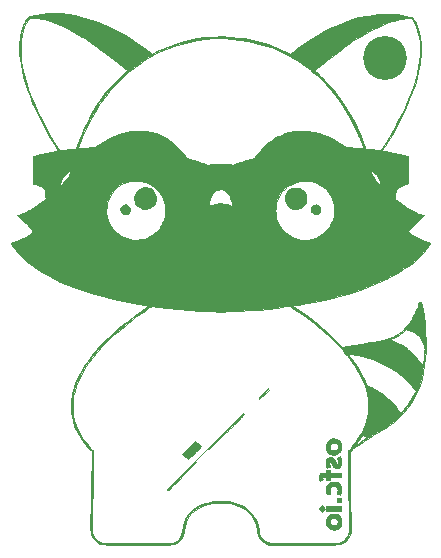
<source format=gbr>
%TF.GenerationSoftware,KiCad,Pcbnew,(5.1.7)-1*%
%TF.CreationDate,2020-09-28T14:59:45+02:00*%
%TF.ProjectId,oscar_pcb_svg2shenzen,6f736361-725f-4706-9362-5f7376673273,rev?*%
%TF.SameCoordinates,Original*%
%TF.FileFunction,Copper,L2,Bot*%
%TF.FilePolarity,Positive*%
%FSLAX46Y46*%
G04 Gerber Fmt 4.6, Leading zero omitted, Abs format (unit mm)*
G04 Created by KiCad (PCBNEW (5.1.7)-1) date 2020-09-28 14:59:45*
%MOMM*%
%LPD*%
G01*
G04 APERTURE LIST*
%TA.AperFunction,EtchedComponent*%
%ADD10C,0.010000*%
%TD*%
%TA.AperFunction,ComponentPad*%
%ADD11C,3.719199*%
%TD*%
G04 APERTURE END LIST*
D10*
%TO.C,G\u002A\u002A\u002A*%
G36*
X32976885Y-23352552D02*
G01*
X33541963Y-23411543D01*
X34116240Y-23506649D01*
X34697838Y-23637713D01*
X35284877Y-23804580D01*
X35875478Y-24007092D01*
X36066372Y-24079969D01*
X36680300Y-24337115D01*
X37300949Y-24629783D01*
X37920850Y-24953607D01*
X38532535Y-25304224D01*
X39128537Y-25677271D01*
X39701386Y-26068383D01*
X40243615Y-26473197D01*
X40465973Y-26650780D01*
X40641197Y-26793712D01*
X41090390Y-26575171D01*
X41750869Y-26276762D01*
X42422604Y-26018384D01*
X43104075Y-25800262D01*
X43793760Y-25622621D01*
X44490137Y-25485686D01*
X45191686Y-25389682D01*
X45896885Y-25334835D01*
X46604214Y-25321368D01*
X47312149Y-25349508D01*
X48019172Y-25419479D01*
X48461853Y-25484875D01*
X49150359Y-25618793D01*
X49821060Y-25788506D01*
X50478775Y-25995557D01*
X51128320Y-26241493D01*
X51774513Y-26527859D01*
X51896543Y-26586594D01*
X52368670Y-26816673D01*
X52616210Y-26619705D01*
X53101806Y-26249488D01*
X53618945Y-25885395D01*
X54157411Y-25533863D01*
X54706988Y-25201332D01*
X55257459Y-24894242D01*
X55763583Y-24635988D01*
X56396761Y-24345166D01*
X57018860Y-24093684D01*
X57632380Y-23880784D01*
X58239820Y-23705711D01*
X58843679Y-23567707D01*
X59446458Y-23466015D01*
X59753500Y-23427973D01*
X59895686Y-23416244D01*
X60069840Y-23407845D01*
X60266850Y-23402714D01*
X60477606Y-23400790D01*
X60692998Y-23402013D01*
X60903914Y-23406321D01*
X61101246Y-23413652D01*
X61275881Y-23423945D01*
X61418710Y-23437139D01*
X61436250Y-23439291D01*
X61801220Y-23494440D01*
X62161623Y-23565317D01*
X62462779Y-23638569D01*
X62560867Y-23665446D01*
X62628368Y-23687201D01*
X62675590Y-23709652D01*
X62712842Y-23738616D01*
X62750432Y-23779908D01*
X62782006Y-23818690D01*
X62902357Y-23991690D01*
X63015570Y-24200828D01*
X63119588Y-24440211D01*
X63212355Y-24703952D01*
X63291812Y-24986157D01*
X63355903Y-25280939D01*
X63402570Y-25582406D01*
X63404996Y-25602469D01*
X63420086Y-25768694D01*
X63430449Y-25966330D01*
X63436085Y-26184721D01*
X63436996Y-26413210D01*
X63433186Y-26641141D01*
X63424654Y-26857857D01*
X63411403Y-27052700D01*
X63404724Y-27122687D01*
X63331100Y-27671106D01*
X63224084Y-28233073D01*
X63083293Y-28809762D01*
X62908346Y-29402344D01*
X62698861Y-30011995D01*
X62454457Y-30639886D01*
X62174752Y-31287192D01*
X61859364Y-31955086D01*
X61782689Y-32109833D01*
X61513024Y-32637423D01*
X61240860Y-33144780D01*
X60958908Y-33644891D01*
X60659876Y-34150744D01*
X60394580Y-34582512D01*
X60323869Y-34696606D01*
X60261931Y-34798073D01*
X60211905Y-34881647D01*
X60176927Y-34942059D01*
X60160134Y-34974043D01*
X60159214Y-34977699D01*
X60181210Y-34983227D01*
X60238720Y-34994831D01*
X60325548Y-35011340D01*
X60435500Y-35031583D01*
X60562380Y-35054391D01*
X60608094Y-35062490D01*
X60832273Y-35103510D01*
X61055657Y-35147102D01*
X61274132Y-35192259D01*
X61483583Y-35237977D01*
X61679895Y-35283252D01*
X61858954Y-35327077D01*
X62016644Y-35368448D01*
X62148851Y-35406360D01*
X62251460Y-35439807D01*
X62320356Y-35467785D01*
X62350649Y-35488125D01*
X62357046Y-35505103D01*
X62362430Y-35539095D01*
X62366873Y-35593108D01*
X62370449Y-35670151D01*
X62373228Y-35773230D01*
X62375285Y-35905354D01*
X62376691Y-36069531D01*
X62377518Y-36268768D01*
X62377840Y-36506074D01*
X62377842Y-36617087D01*
X62377451Y-36828650D01*
X62376449Y-37027742D01*
X62374901Y-37210284D01*
X62372872Y-37372195D01*
X62370425Y-37509396D01*
X62367626Y-37617807D01*
X62364539Y-37693348D01*
X62361230Y-37731940D01*
X62360135Y-37735818D01*
X62332745Y-37752020D01*
X62274119Y-37772253D01*
X62194705Y-37793156D01*
X62154084Y-37802069D01*
X61926681Y-37861606D01*
X61735738Y-37939757D01*
X61578988Y-38038037D01*
X61454164Y-38157960D01*
X61358998Y-38301043D01*
X61335735Y-38349061D01*
X61316890Y-38398195D01*
X61303011Y-38454428D01*
X61292912Y-38526408D01*
X61285404Y-38622786D01*
X61279300Y-38752209D01*
X61278873Y-38763293D01*
X61266916Y-39077336D01*
X61477328Y-39239543D01*
X61828994Y-39502744D01*
X62157900Y-39732648D01*
X62463754Y-39929091D01*
X62746262Y-40091912D01*
X63005129Y-40220948D01*
X63240062Y-40316036D01*
X63450766Y-40377013D01*
X63570406Y-40397776D01*
X63672562Y-40410244D01*
X63561237Y-40530414D01*
X63520458Y-40573746D01*
X63454425Y-40643072D01*
X63367359Y-40734000D01*
X63263478Y-40842135D01*
X63147004Y-40963084D01*
X63022155Y-41092454D01*
X62910276Y-41208159D01*
X62370641Y-41765736D01*
X62407826Y-41834783D01*
X62467973Y-41914796D01*
X62566373Y-42004467D01*
X62700501Y-42102075D01*
X62867836Y-42205900D01*
X63065852Y-42314221D01*
X63232350Y-42397074D01*
X63513360Y-42526358D01*
X63765187Y-42630700D01*
X63991668Y-42711647D01*
X64080234Y-42739065D01*
X64155380Y-42762827D01*
X64211712Y-42783790D01*
X64239490Y-42798230D01*
X64240833Y-42800450D01*
X64228811Y-42836562D01*
X64195862Y-42899091D01*
X64146656Y-42980740D01*
X64085868Y-43074212D01*
X64018169Y-43172209D01*
X63948232Y-43267433D01*
X63911765Y-43314396D01*
X63617861Y-43655704D01*
X63283321Y-43991492D01*
X62909590Y-44320893D01*
X62498108Y-44643038D01*
X62050317Y-44957061D01*
X61567661Y-45262092D01*
X61051580Y-45557264D01*
X60503519Y-45841710D01*
X59924917Y-46114560D01*
X59317219Y-46374949D01*
X58681865Y-46622006D01*
X58039000Y-46848602D01*
X57275058Y-47090705D01*
X56476020Y-47316626D01*
X55646334Y-47525292D01*
X54790449Y-47715630D01*
X53912812Y-47886570D01*
X53282868Y-47994931D01*
X53126532Y-48020388D01*
X52980772Y-48044145D01*
X52851726Y-48065202D01*
X52745533Y-48082555D01*
X52668330Y-48095203D01*
X52626256Y-48102143D01*
X52624507Y-48102436D01*
X52601557Y-48107355D01*
X52590595Y-48114978D01*
X52595278Y-48128565D01*
X52619265Y-48151376D01*
X52666215Y-48186673D01*
X52739785Y-48237714D01*
X52843635Y-48307760D01*
X52889090Y-48338225D01*
X53614507Y-48842161D01*
X54301628Y-49356830D01*
X54953720Y-49884912D01*
X55574048Y-50429085D01*
X56165877Y-50992029D01*
X56356555Y-51183467D01*
X56801361Y-51636083D01*
X57192639Y-51557655D01*
X57301981Y-51536444D01*
X57445889Y-51509611D01*
X57617159Y-51478441D01*
X57808592Y-51444220D01*
X58012986Y-51408232D01*
X58223139Y-51371764D01*
X58431851Y-51336099D01*
X58472916Y-51329154D01*
X58835365Y-51267488D01*
X59159101Y-51211247D01*
X59447293Y-51159674D01*
X59703108Y-51112011D01*
X59929712Y-51067501D01*
X60130275Y-51025387D01*
X60231173Y-51002403D01*
X60708765Y-51002403D01*
X60850257Y-51042692D01*
X61126908Y-51134930D01*
X61416019Y-51255929D01*
X61705793Y-51399750D01*
X61984437Y-51560456D01*
X62240155Y-51732110D01*
X62283369Y-51764111D01*
X62537315Y-51970249D01*
X62785658Y-52200532D01*
X63020939Y-52446848D01*
X63235700Y-52701085D01*
X63422482Y-52955134D01*
X63522684Y-53111858D01*
X63561095Y-53173216D01*
X63591634Y-53216990D01*
X63607503Y-53233566D01*
X63614499Y-53214056D01*
X63625085Y-53160181D01*
X63637954Y-53079628D01*
X63651795Y-52980080D01*
X63655181Y-52953708D01*
X63695689Y-52594678D01*
X63725590Y-52237921D01*
X63744049Y-51921833D01*
X63749284Y-51806114D01*
X63751146Y-51721716D01*
X63748407Y-51657677D01*
X63739840Y-51603039D01*
X63724216Y-51546842D01*
X63700308Y-51478127D01*
X63691668Y-51454344D01*
X63572962Y-51183999D01*
X63423540Y-50937129D01*
X63246374Y-50716491D01*
X63044438Y-50524841D01*
X62820706Y-50364937D01*
X62578151Y-50239536D01*
X62319747Y-50151395D01*
X62274411Y-50140304D01*
X62172069Y-50116681D01*
X61976950Y-50288883D01*
X61678384Y-50525424D01*
X61362010Y-50723942D01*
X61028782Y-50883871D01*
X60892590Y-50936333D01*
X60708765Y-51002403D01*
X60231173Y-51002403D01*
X60307962Y-50984911D01*
X60465942Y-50945318D01*
X60607382Y-50905848D01*
X60735450Y-50865746D01*
X60853312Y-50824254D01*
X60964136Y-50780614D01*
X61071090Y-50734070D01*
X61177341Y-50683864D01*
X61182250Y-50681461D01*
X61481639Y-50511858D01*
X61768495Y-50303536D01*
X62040315Y-50058903D01*
X62294596Y-49780369D01*
X62528836Y-49470341D01*
X62673239Y-49246336D01*
X62806143Y-49009136D01*
X62935453Y-48746215D01*
X63054805Y-48472116D01*
X63157832Y-48201385D01*
X63232621Y-47968163D01*
X63279390Y-47804916D01*
X63488756Y-47804916D01*
X63535866Y-48064623D01*
X63666412Y-48861173D01*
X63764272Y-49631262D01*
X63829439Y-50374792D01*
X63861904Y-51091670D01*
X63861659Y-51781799D01*
X63857849Y-51911810D01*
X63818856Y-52550451D01*
X63746260Y-53163417D01*
X63639945Y-53750929D01*
X63499797Y-54313209D01*
X63325700Y-54850479D01*
X63117539Y-55362960D01*
X62875199Y-55850875D01*
X62598565Y-56314445D01*
X62287522Y-56753892D01*
X61941954Y-57169437D01*
X61561746Y-57561302D01*
X61146784Y-57929709D01*
X60696952Y-58274880D01*
X60473166Y-58429338D01*
X60366528Y-58498484D01*
X60234755Y-58580834D01*
X60089762Y-58669118D01*
X59943467Y-58756067D01*
X59827583Y-58823158D01*
X59400742Y-59071939D01*
X59007799Y-59312566D01*
X58642217Y-59549418D01*
X58297458Y-59786875D01*
X57966985Y-60029316D01*
X57644260Y-60281120D01*
X57610375Y-60308429D01*
X57404000Y-60475247D01*
X57404230Y-60786415D01*
X57404627Y-60844633D01*
X57405732Y-60942461D01*
X57407502Y-61077183D01*
X57409896Y-61246083D01*
X57412869Y-61446445D01*
X57416379Y-61675551D01*
X57420383Y-61930686D01*
X57424838Y-62209134D01*
X57429701Y-62508177D01*
X57434929Y-62825101D01*
X57440479Y-63157187D01*
X57446309Y-63501721D01*
X57452375Y-63855986D01*
X57456667Y-64104216D01*
X57464908Y-64587319D01*
X57472125Y-65028541D01*
X57478321Y-65428322D01*
X57483502Y-65787101D01*
X57487672Y-66105319D01*
X57490835Y-66383415D01*
X57492995Y-66621829D01*
X57494158Y-66821000D01*
X57494328Y-66981370D01*
X57493508Y-67103376D01*
X57491705Y-67187460D01*
X57488921Y-67234061D01*
X57488321Y-67238470D01*
X57432545Y-67463878D01*
X57342100Y-67673663D01*
X57220438Y-67862841D01*
X57071008Y-68026431D01*
X56897261Y-68159451D01*
X56819518Y-68204141D01*
X56782563Y-68223866D01*
X56749333Y-68241708D01*
X56717642Y-68257759D01*
X56685303Y-68272107D01*
X56650128Y-68284845D01*
X56609931Y-68296061D01*
X56562525Y-68305847D01*
X56505722Y-68314292D01*
X56437336Y-68321486D01*
X56355179Y-68327521D01*
X56257064Y-68332485D01*
X56140805Y-68336470D01*
X56004214Y-68339565D01*
X55845104Y-68341862D01*
X55661289Y-68343449D01*
X55450580Y-68344418D01*
X55210792Y-68344858D01*
X54939737Y-68344860D01*
X54635228Y-68344514D01*
X54295078Y-68343910D01*
X53917100Y-68343139D01*
X53499107Y-68342291D01*
X53472711Y-68342239D01*
X50556583Y-68336583D01*
X50419000Y-68287096D01*
X50206145Y-68189790D01*
X50019238Y-68061620D01*
X49861172Y-67905568D01*
X49734838Y-67724618D01*
X49643128Y-67521752D01*
X49626476Y-67469745D01*
X49603040Y-67377726D01*
X49578483Y-67260074D01*
X49556021Y-67133266D01*
X49541531Y-67034833D01*
X49479637Y-66708276D01*
X49382508Y-66405093D01*
X49250452Y-66125666D01*
X49083778Y-65870376D01*
X48882796Y-65639604D01*
X48647815Y-65433732D01*
X48379144Y-65253140D01*
X48077091Y-65098211D01*
X47918188Y-65032240D01*
X47596887Y-64927127D01*
X47251737Y-64849150D01*
X46892464Y-64799661D01*
X46528797Y-64780015D01*
X46182140Y-64790669D01*
X45794383Y-64835663D01*
X45430547Y-64910069D01*
X45092052Y-65013032D01*
X44780316Y-65143698D01*
X44496760Y-65301212D01*
X44242802Y-65484720D01*
X44019861Y-65693367D01*
X43829357Y-65926299D01*
X43672710Y-66182661D01*
X43595252Y-66348111D01*
X43537470Y-66498233D01*
X43489917Y-66650979D01*
X43449810Y-66817327D01*
X43414361Y-67008257D01*
X43393604Y-67143093D01*
X43364506Y-67318772D01*
X43331511Y-67462090D01*
X43291318Y-67583018D01*
X43240627Y-67691524D01*
X43177739Y-67795184D01*
X43053359Y-67948799D01*
X42900308Y-68085266D01*
X42728028Y-68198259D01*
X42545960Y-68281453D01*
X42387654Y-68324542D01*
X42347259Y-68328253D01*
X42269031Y-68331601D01*
X42152554Y-68334588D01*
X41997414Y-68337217D01*
X41803196Y-68339492D01*
X41569485Y-68341415D01*
X41295866Y-68342989D01*
X40981924Y-68344218D01*
X40627245Y-68345103D01*
X40231413Y-68345649D01*
X39794014Y-68345857D01*
X39392570Y-68345773D01*
X38977724Y-68345519D01*
X38603135Y-68345165D01*
X38266725Y-68344687D01*
X37966419Y-68344065D01*
X37700139Y-68343276D01*
X37465809Y-68342297D01*
X37261353Y-68341106D01*
X37084693Y-68339681D01*
X36933753Y-68338000D01*
X36806457Y-68336039D01*
X36700727Y-68333777D01*
X36614487Y-68331192D01*
X36545661Y-68328261D01*
X36492171Y-68324961D01*
X36451941Y-68321271D01*
X36422895Y-68317168D01*
X36406666Y-68313666D01*
X36233229Y-68254884D01*
X36077925Y-68172354D01*
X35929513Y-68059390D01*
X35843505Y-67978631D01*
X35749747Y-67880068D01*
X35680256Y-67793474D01*
X35625222Y-67705698D01*
X35593173Y-67643069D01*
X35573726Y-67603413D01*
X35555999Y-67567905D01*
X35539943Y-67534510D01*
X35525510Y-67501192D01*
X35512652Y-67465917D01*
X35501322Y-67426648D01*
X35491471Y-67381352D01*
X35483052Y-67327992D01*
X35476017Y-67264533D01*
X35470317Y-67188941D01*
X35465906Y-67099180D01*
X35462735Y-66993215D01*
X35460755Y-66869011D01*
X35459921Y-66724532D01*
X35460182Y-66557743D01*
X35461492Y-66366610D01*
X35463803Y-66149097D01*
X35467067Y-65903168D01*
X35471235Y-65626789D01*
X35476261Y-65317924D01*
X35482096Y-64974539D01*
X35488692Y-64594597D01*
X35496001Y-64176065D01*
X35502628Y-63794862D01*
X35560551Y-60448144D01*
X35345136Y-60211947D01*
X35016091Y-59829048D01*
X34728330Y-59446596D01*
X34480870Y-59062616D01*
X34272733Y-58675133D01*
X34102935Y-58282171D01*
X33970498Y-57881756D01*
X33874439Y-57471913D01*
X33824876Y-57150555D01*
X33805543Y-56908742D01*
X33801369Y-56639849D01*
X33806831Y-56489453D01*
X33955358Y-56489453D01*
X33955715Y-56675101D01*
X33960916Y-56864557D01*
X33970641Y-57046528D01*
X33984568Y-57209721D01*
X34002379Y-57342846D01*
X34003823Y-57351083D01*
X34100278Y-57779432D01*
X34234622Y-58195914D01*
X34407677Y-58602187D01*
X34620261Y-58999908D01*
X34873196Y-59390736D01*
X35167302Y-59776328D01*
X35256366Y-59882675D01*
X35318863Y-59959314D01*
X35369362Y-60027784D01*
X35402152Y-60079908D01*
X35411833Y-60105288D01*
X35425166Y-60140774D01*
X35460171Y-60195317D01*
X35509358Y-60257291D01*
X35510867Y-60259021D01*
X35563500Y-60317127D01*
X35596898Y-60346688D01*
X35618229Y-60352253D01*
X35634662Y-60338366D01*
X35635081Y-60337798D01*
X35645190Y-60324515D01*
X35654354Y-60314838D01*
X35662582Y-60310600D01*
X35669885Y-60313636D01*
X35676271Y-60325777D01*
X35681750Y-60348857D01*
X35686332Y-60384709D01*
X35690027Y-60435167D01*
X35692843Y-60502064D01*
X35694790Y-60587232D01*
X35695878Y-60692505D01*
X35696117Y-60819716D01*
X35695515Y-60970698D01*
X35694083Y-61147285D01*
X35691830Y-61351310D01*
X35688765Y-61584605D01*
X35684898Y-61849004D01*
X35680239Y-62146341D01*
X35674797Y-62478447D01*
X35668582Y-62847158D01*
X35661602Y-63254305D01*
X35653869Y-63701721D01*
X35652874Y-63759183D01*
X35645189Y-64203836D01*
X35638253Y-64608174D01*
X35632052Y-64974208D01*
X35626573Y-65303949D01*
X35621802Y-65599409D01*
X35617728Y-65862598D01*
X35614337Y-66095529D01*
X35611617Y-66300211D01*
X35609553Y-66478657D01*
X35608133Y-66632877D01*
X35607345Y-66764884D01*
X35607174Y-66876687D01*
X35607609Y-66970299D01*
X35608635Y-67047730D01*
X35610241Y-67110992D01*
X35612413Y-67162097D01*
X35615138Y-67203054D01*
X35618404Y-67235876D01*
X35622196Y-67262574D01*
X35626502Y-67285159D01*
X35629993Y-67300326D01*
X35700876Y-67509155D01*
X35804971Y-67698393D01*
X35938351Y-67863847D01*
X36097087Y-68001327D01*
X36277251Y-68106641D01*
X36442466Y-68167233D01*
X36464612Y-68171355D01*
X36500876Y-68175084D01*
X36553189Y-68178440D01*
X36623478Y-68181442D01*
X36713675Y-68184110D01*
X36825709Y-68186462D01*
X36961508Y-68188518D01*
X37123004Y-68190297D01*
X37312125Y-68191819D01*
X37530800Y-68193102D01*
X37780961Y-68194166D01*
X38064535Y-68195031D01*
X38383453Y-68195715D01*
X38739644Y-68196239D01*
X39135038Y-68196620D01*
X39401750Y-68196794D01*
X39814791Y-68196972D01*
X40187615Y-68197014D01*
X40522339Y-68196897D01*
X40821077Y-68196601D01*
X41085947Y-68196105D01*
X41319064Y-68195387D01*
X41522545Y-68194427D01*
X41698506Y-68193204D01*
X41849062Y-68191696D01*
X41976330Y-68189883D01*
X42082426Y-68187743D01*
X42169465Y-68185255D01*
X42239566Y-68182399D01*
X42294842Y-68179153D01*
X42337411Y-68175496D01*
X42369388Y-68171407D01*
X42392208Y-68167027D01*
X42593328Y-68098800D01*
X42773211Y-67995862D01*
X42928571Y-67861841D01*
X43056123Y-67700364D01*
X43152583Y-67515058D01*
X43214666Y-67309550D01*
X43225800Y-67246500D01*
X43252489Y-67071133D01*
X43275351Y-66930123D01*
X43295954Y-66815839D01*
X43315867Y-66720649D01*
X43336660Y-66636922D01*
X43359901Y-66557028D01*
X43380995Y-66491693D01*
X43503827Y-66186479D01*
X43659874Y-65907323D01*
X43848790Y-65654482D01*
X44070228Y-65428212D01*
X44323843Y-65228771D01*
X44609288Y-65056414D01*
X44926217Y-64911398D01*
X45274283Y-64793979D01*
X45653140Y-64704415D01*
X45836416Y-64672830D01*
X45987184Y-64655384D01*
X46167372Y-64643655D01*
X46365318Y-64637639D01*
X46569357Y-64637335D01*
X46767825Y-64642741D01*
X46949057Y-64653856D01*
X47101391Y-64670676D01*
X47117000Y-64673050D01*
X47422218Y-64729442D01*
X47697544Y-64798733D01*
X47954327Y-64884273D01*
X48203917Y-64989413D01*
X48230220Y-65001750D01*
X48447087Y-65114262D01*
X48638256Y-65236489D01*
X48817490Y-65378251D01*
X48998546Y-65549367D01*
X49000833Y-65551686D01*
X49185442Y-65758706D01*
X49339658Y-65976112D01*
X49465923Y-66209310D01*
X49566679Y-66463703D01*
X49644367Y-66744699D01*
X49701431Y-67057700D01*
X49710226Y-67121872D01*
X49735086Y-67284200D01*
X49764555Y-67415160D01*
X49802090Y-67525701D01*
X49851145Y-67626773D01*
X49889882Y-67691076D01*
X49974851Y-67801380D01*
X50083752Y-67910831D01*
X50202716Y-68006929D01*
X50317877Y-68077173D01*
X50318533Y-68077494D01*
X50352589Y-68094411D01*
X50383376Y-68109698D01*
X50413095Y-68123433D01*
X50443943Y-68135695D01*
X50478117Y-68146561D01*
X50517817Y-68156111D01*
X50565240Y-68164423D01*
X50622584Y-68171575D01*
X50692048Y-68177646D01*
X50775829Y-68182713D01*
X50876126Y-68186857D01*
X50995137Y-68190154D01*
X51135060Y-68192684D01*
X51298092Y-68194525D01*
X51486433Y-68195756D01*
X51702280Y-68196454D01*
X51947832Y-68196698D01*
X52225286Y-68196567D01*
X52536840Y-68196139D01*
X52884693Y-68195493D01*
X53271043Y-68194707D01*
X53585369Y-68194076D01*
X56483250Y-68188416D01*
X56604652Y-68139385D01*
X56806372Y-68036163D01*
X56980439Y-67901074D01*
X57125528Y-67735358D01*
X57236451Y-67548339D01*
X57252469Y-67515686D01*
X57267062Y-67485847D01*
X57280261Y-67456808D01*
X57292102Y-67426559D01*
X57302617Y-67393087D01*
X57311841Y-67354380D01*
X57319806Y-67308425D01*
X57326547Y-67253212D01*
X57332097Y-67186727D01*
X57336490Y-67106958D01*
X57339759Y-67011894D01*
X57341939Y-66899523D01*
X57343062Y-66767832D01*
X57343163Y-66614808D01*
X57342275Y-66438441D01*
X57340432Y-66236718D01*
X57337667Y-66007627D01*
X57334015Y-65749155D01*
X57329508Y-65459291D01*
X57324180Y-65136022D01*
X57318066Y-64777337D01*
X57311198Y-64381223D01*
X57303611Y-63945669D01*
X57300095Y-63743416D01*
X57292439Y-63301691D01*
X57285522Y-62900332D01*
X57279334Y-62537379D01*
X57273862Y-62210873D01*
X57269095Y-61918853D01*
X57265023Y-61659359D01*
X57261634Y-61430431D01*
X57258916Y-61230109D01*
X57256859Y-61056432D01*
X57255451Y-60907441D01*
X57254680Y-60781175D01*
X57254537Y-60675675D01*
X57255009Y-60588979D01*
X57256084Y-60519129D01*
X57257753Y-60464163D01*
X57260003Y-60422122D01*
X57262823Y-60391046D01*
X57266203Y-60368974D01*
X57270130Y-60353947D01*
X57274593Y-60344004D01*
X57279582Y-60337184D01*
X57280504Y-60336171D01*
X57308682Y-60307903D01*
X57318294Y-60310691D01*
X57319333Y-60335448D01*
X57325978Y-60350007D01*
X57348836Y-60340244D01*
X57392296Y-60303374D01*
X57435731Y-60261517D01*
X57503835Y-60188203D01*
X57537510Y-60136461D01*
X57540679Y-60110486D01*
X57548697Y-60071044D01*
X57588896Y-60009631D01*
X57624246Y-59967422D01*
X57634839Y-59954577D01*
X57848500Y-59954577D01*
X57864516Y-59946044D01*
X57908508Y-59916587D01*
X57974392Y-59870425D01*
X58056084Y-59811774D01*
X58087667Y-59788797D01*
X58204735Y-59704510D01*
X58339299Y-59609443D01*
X58473511Y-59516122D01*
X58574501Y-59447177D01*
X58663423Y-59386246D01*
X58738190Y-59333195D01*
X58792493Y-59292641D01*
X58820023Y-59269203D01*
X58822166Y-59265887D01*
X58805350Y-59249233D01*
X58760309Y-59216572D01*
X58695154Y-59173617D01*
X58658804Y-59150826D01*
X58581183Y-59103678D01*
X58531207Y-59076692D01*
X58500814Y-59067288D01*
X58481944Y-59072882D01*
X58467484Y-59089546D01*
X58445382Y-59122031D01*
X58405656Y-59181559D01*
X58353870Y-59259755D01*
X58295588Y-59348245D01*
X58293560Y-59351333D01*
X58218672Y-59461517D01*
X58132906Y-59581744D01*
X58048642Y-59694907D01*
X57998046Y-59759682D01*
X57938463Y-59834560D01*
X57890148Y-59896674D01*
X57858436Y-59939068D01*
X57848500Y-59954577D01*
X57634839Y-59954577D01*
X57942728Y-59581255D01*
X58220203Y-59186180D01*
X58456558Y-58782425D01*
X58651680Y-58370218D01*
X58805454Y-57949788D01*
X58917768Y-57521363D01*
X58963320Y-57272846D01*
X58980153Y-57129455D01*
X58992009Y-56955899D01*
X58998795Y-56764064D01*
X59000416Y-56565834D01*
X58996777Y-56373096D01*
X58987785Y-56197735D01*
X58973345Y-56051636D01*
X58973033Y-56049333D01*
X58889811Y-55589333D01*
X58765269Y-55126660D01*
X58599316Y-54661158D01*
X58391864Y-54192669D01*
X58142821Y-53721037D01*
X57852098Y-53246105D01*
X57519605Y-52767716D01*
X57145253Y-52285713D01*
X57051088Y-52175833D01*
X57255494Y-52175833D01*
X57384848Y-52335380D01*
X57602230Y-52616512D01*
X57817095Y-52919213D01*
X58024856Y-53235803D01*
X58220923Y-53558598D01*
X58400707Y-53879918D01*
X58559619Y-54192081D01*
X58693070Y-54487405D01*
X58740369Y-54604432D01*
X58777812Y-54696385D01*
X58811834Y-54771854D01*
X58838728Y-54823141D01*
X58854790Y-54842547D01*
X58854974Y-54842557D01*
X58886230Y-54852347D01*
X58948378Y-54879247D01*
X59035160Y-54920061D01*
X59140321Y-54971592D01*
X59257607Y-55030646D01*
X59380762Y-55094026D01*
X59503530Y-55158537D01*
X59619656Y-55220983D01*
X59722884Y-55278169D01*
X59806959Y-55326898D01*
X59827583Y-55339434D01*
X60224836Y-55606421D01*
X60593310Y-55898860D01*
X60930547Y-56214373D01*
X61234085Y-56550583D01*
X61501464Y-56905111D01*
X61595859Y-57048540D01*
X61636632Y-57114670D01*
X61668242Y-57163199D01*
X61695555Y-57192355D01*
X61723437Y-57200363D01*
X61756756Y-57185451D01*
X61800377Y-57145843D01*
X61859167Y-57079767D01*
X61937991Y-56985449D01*
X62011589Y-56897016D01*
X62335828Y-56477168D01*
X62627604Y-56032345D01*
X62878571Y-55577340D01*
X62993390Y-55348765D01*
X62867981Y-55175174D01*
X62563696Y-54789068D01*
X62223530Y-54422157D01*
X61850185Y-54076215D01*
X61446363Y-53753015D01*
X61014764Y-53454330D01*
X60558090Y-53181933D01*
X60079043Y-52937597D01*
X59580324Y-52723097D01*
X59064635Y-52540204D01*
X58684583Y-52429152D01*
X58537234Y-52391963D01*
X58372556Y-52353941D01*
X58197701Y-52316416D01*
X58019821Y-52280719D01*
X57846070Y-52248181D01*
X57683600Y-52220133D01*
X57539563Y-52197906D01*
X57421113Y-52182831D01*
X57335401Y-52176239D01*
X57324455Y-52176057D01*
X57255494Y-52175833D01*
X57051088Y-52175833D01*
X56728951Y-51799940D01*
X56270610Y-51310239D01*
X56240270Y-51279197D01*
X55661096Y-50714029D01*
X55041826Y-50159654D01*
X54383511Y-49616936D01*
X53687207Y-49086737D01*
X52953967Y-48569919D01*
X52815142Y-48476371D01*
X52322035Y-48146389D01*
X52042559Y-48182887D01*
X51250679Y-48280519D01*
X50465329Y-48365439D01*
X49677256Y-48438419D01*
X48877206Y-48500232D01*
X48055926Y-48551650D01*
X47204162Y-48593446D01*
X47044523Y-48600103D01*
X46744452Y-48609679D01*
X46464238Y-48612653D01*
X46182835Y-48609017D01*
X45901523Y-48599693D01*
X44850108Y-48548258D01*
X43832600Y-48481817D01*
X42850576Y-48400496D01*
X41905615Y-48304422D01*
X41258223Y-48227343D01*
X41105685Y-48208141D01*
X40966294Y-48190822D01*
X40845747Y-48176077D01*
X40749742Y-48164595D01*
X40683974Y-48157065D01*
X40654141Y-48154177D01*
X40653596Y-48154166D01*
X40619656Y-48166375D01*
X40555204Y-48201417D01*
X40463736Y-48256918D01*
X40348749Y-48330501D01*
X40213740Y-48419791D01*
X40062206Y-48522413D01*
X39897642Y-48635990D01*
X39723547Y-48758149D01*
X39543415Y-48886512D01*
X39360745Y-49018705D01*
X39179033Y-49152352D01*
X39123553Y-49193624D01*
X38518575Y-49659866D01*
X37946639Y-50131064D01*
X37408851Y-50606073D01*
X36906317Y-51083747D01*
X36440143Y-51562939D01*
X36011434Y-52042505D01*
X35621297Y-52521299D01*
X35270837Y-52998175D01*
X34961161Y-53471987D01*
X34906619Y-53562250D01*
X34651631Y-54018969D01*
X34436909Y-54466782D01*
X34261785Y-54907561D01*
X34125587Y-55343176D01*
X34027644Y-55775500D01*
X33970457Y-56174742D01*
X33960165Y-56318902D01*
X33955358Y-56489453D01*
X33806831Y-56489453D01*
X33811677Y-56356054D01*
X33835787Y-56069535D01*
X33873022Y-55792471D01*
X33912086Y-55584502D01*
X34032358Y-55122766D01*
X34194322Y-54656650D01*
X34397617Y-54186643D01*
X34641883Y-53713231D01*
X34926759Y-53236902D01*
X35251883Y-52758143D01*
X35616897Y-52277443D01*
X36021438Y-51795287D01*
X36465146Y-51312164D01*
X36947660Y-50828560D01*
X37468620Y-50344964D01*
X38027665Y-49861863D01*
X38332833Y-49611384D01*
X38528167Y-49456048D01*
X38739435Y-49292111D01*
X38960843Y-49123801D01*
X39186601Y-48955347D01*
X39410918Y-48790977D01*
X39628000Y-48634920D01*
X39832057Y-48491403D01*
X40017297Y-48364656D01*
X40177929Y-48258907D01*
X40233365Y-48223826D01*
X40301621Y-48179599D01*
X40352071Y-48143721D01*
X40377059Y-48121780D01*
X40378157Y-48118102D01*
X40355240Y-48112019D01*
X40297093Y-48100739D01*
X40210340Y-48085429D01*
X40101603Y-48067254D01*
X39977505Y-48047382D01*
X39969875Y-48046186D01*
X39073760Y-47894884D01*
X38203247Y-47725697D01*
X37359559Y-47539051D01*
X36543920Y-47335375D01*
X35757554Y-47115097D01*
X35001685Y-46878645D01*
X34277536Y-46626446D01*
X33586332Y-46358928D01*
X32929295Y-46076520D01*
X32307651Y-45779649D01*
X31722623Y-45468744D01*
X31175434Y-45144231D01*
X30667309Y-44806539D01*
X30631544Y-44781216D01*
X30323720Y-44552801D01*
X30029015Y-44315406D01*
X29751265Y-44072798D01*
X29494307Y-43828743D01*
X29261976Y-43587007D01*
X29058110Y-43351356D01*
X28886545Y-43125556D01*
X28781490Y-42965122D01*
X28742388Y-42897183D01*
X28714015Y-42841646D01*
X28702074Y-42809749D01*
X28702000Y-42808535D01*
X28720779Y-42790415D01*
X28769867Y-42767613D01*
X28834291Y-42746375D01*
X28997619Y-42694628D01*
X29186063Y-42624941D01*
X29388961Y-42542004D01*
X29595650Y-42450504D01*
X29795468Y-42355130D01*
X29977754Y-42260570D01*
X30107029Y-42186709D01*
X30235845Y-42102755D01*
X30350884Y-42015976D01*
X30445241Y-41932258D01*
X30512015Y-41857485D01*
X30534491Y-41822287D01*
X30566057Y-41761246D01*
X29974761Y-41152998D01*
X29843103Y-41017316D01*
X29718846Y-40888787D01*
X29605525Y-40771100D01*
X29506673Y-40667948D01*
X29425826Y-40583022D01*
X29366517Y-40520011D01*
X29332281Y-40482607D01*
X29327781Y-40477360D01*
X29272096Y-40409971D01*
X29373339Y-40396289D01*
X29571496Y-40354833D01*
X29791059Y-40280984D01*
X30032550Y-40174453D01*
X30296492Y-40034953D01*
X30353972Y-40000343D01*
X36810507Y-40000343D01*
X36824336Y-40295393D01*
X36872725Y-40586602D01*
X36955202Y-40870715D01*
X37071297Y-41144476D01*
X37220538Y-41404631D01*
X37402455Y-41647922D01*
X37616577Y-41871096D01*
X37862433Y-42070895D01*
X38037075Y-42185512D01*
X38267789Y-42305844D01*
X38521979Y-42406327D01*
X38783728Y-42481455D01*
X39011397Y-42522686D01*
X39152474Y-42533129D01*
X39318961Y-42534117D01*
X39495153Y-42526294D01*
X39665348Y-42510306D01*
X39794915Y-42490524D01*
X40024668Y-42432220D01*
X40264066Y-42344833D01*
X40498999Y-42234317D01*
X40715356Y-42106626D01*
X40733614Y-42094373D01*
X40855575Y-42001807D01*
X40988823Y-41884200D01*
X41122222Y-41752416D01*
X41244634Y-41617321D01*
X41323995Y-41518416D01*
X41387226Y-41426367D01*
X41457335Y-41312163D01*
X41524396Y-41192503D01*
X41564478Y-41113880D01*
X41685047Y-40817982D01*
X41765416Y-40516332D01*
X41806753Y-40212178D01*
X41809000Y-40015583D01*
X51130763Y-40015583D01*
X51137514Y-40263507D01*
X51162348Y-40485111D01*
X51208223Y-40693613D01*
X51278096Y-40902232D01*
X51374924Y-41124186D01*
X51382144Y-41139229D01*
X51535243Y-41409398D01*
X51720599Y-41655702D01*
X51934460Y-41876082D01*
X52173071Y-42068478D01*
X52432680Y-42230830D01*
X52709534Y-42361079D01*
X52999880Y-42457165D01*
X53299965Y-42517028D01*
X53606037Y-42538610D01*
X53900916Y-42521535D01*
X54221589Y-42461911D01*
X54526277Y-42364949D01*
X54812407Y-42232998D01*
X55077407Y-42068411D01*
X55318702Y-41873536D01*
X55533719Y-41650726D01*
X55719884Y-41402330D01*
X55874625Y-41130700D01*
X55995367Y-40838186D01*
X56078440Y-40532506D01*
X56122033Y-40218802D01*
X56125005Y-39906584D01*
X56089023Y-39599285D01*
X56015756Y-39300340D01*
X55906871Y-39013181D01*
X55764035Y-38741242D01*
X55588916Y-38487958D01*
X55383182Y-38256762D01*
X55148500Y-38051087D01*
X54886537Y-37874368D01*
X54751878Y-37800979D01*
X54458485Y-37675286D01*
X54158193Y-37589581D01*
X53854356Y-37542778D01*
X53550330Y-37533793D01*
X53249468Y-37561540D01*
X52955125Y-37624934D01*
X52670657Y-37722891D01*
X52399417Y-37854324D01*
X52144761Y-38018149D01*
X51910043Y-38213282D01*
X51698618Y-38438635D01*
X51513840Y-38693126D01*
X51404344Y-38883773D01*
X51292611Y-39124563D01*
X51212443Y-39358834D01*
X51160912Y-39598689D01*
X51135095Y-39856231D01*
X51130763Y-40015583D01*
X41809000Y-40015583D01*
X41810221Y-39908773D01*
X41776989Y-39609364D01*
X41750599Y-39497245D01*
X45476500Y-39497245D01*
X45480034Y-39530703D01*
X45486413Y-39557702D01*
X45502922Y-39611135D01*
X45516588Y-39642077D01*
X45520080Y-39645166D01*
X45543357Y-39639892D01*
X45598754Y-39625588D01*
X45677595Y-39604535D01*
X45757389Y-39582809D01*
X45991798Y-39523604D01*
X46197756Y-39482256D01*
X46371879Y-39459373D01*
X46472680Y-39454666D01*
X46580508Y-39461119D01*
X46717313Y-39479125D01*
X46871978Y-39506656D01*
X47033386Y-39541683D01*
X47190417Y-39582176D01*
X47223433Y-39591664D01*
X47304952Y-39615239D01*
X47370184Y-39633462D01*
X47409122Y-39643564D01*
X47415274Y-39644722D01*
X47428561Y-39626846D01*
X47446507Y-39581656D01*
X47452287Y-39563430D01*
X47460364Y-39530692D01*
X47462802Y-39497132D01*
X47458077Y-39455706D01*
X47444665Y-39399371D01*
X47421045Y-39321083D01*
X47385691Y-39213798D01*
X47360665Y-39139796D01*
X47318882Y-39019348D01*
X47278108Y-38906425D01*
X47241690Y-38809973D01*
X47212978Y-38738938D01*
X47199979Y-38710526D01*
X47107327Y-38572814D01*
X46982113Y-38452288D01*
X46832614Y-38354992D01*
X46667110Y-38286971D01*
X46594671Y-38268555D01*
X46445313Y-38257761D01*
X46285973Y-38282475D01*
X46125414Y-38340246D01*
X45972398Y-38428623D01*
X45941618Y-38451166D01*
X45873547Y-38513492D01*
X45810320Y-38594887D01*
X45749234Y-38700347D01*
X45687586Y-38834864D01*
X45622674Y-39003431D01*
X45586139Y-39107945D01*
X45542171Y-39238252D01*
X45510742Y-39335481D01*
X45490334Y-39406488D01*
X45479427Y-39458124D01*
X45476500Y-39497245D01*
X41750599Y-39497245D01*
X41708221Y-39317204D01*
X41605083Y-39035541D01*
X41468741Y-38767626D01*
X41300361Y-38516709D01*
X41101109Y-38286040D01*
X40872150Y-38078869D01*
X40614652Y-37898447D01*
X40362482Y-37763031D01*
X40067048Y-37647649D01*
X39763458Y-37572127D01*
X39455512Y-37535717D01*
X39147011Y-37537669D01*
X38841753Y-37577233D01*
X38543538Y-37653659D01*
X38256166Y-37766199D01*
X37983435Y-37914103D01*
X37729146Y-38096622D01*
X37497098Y-38313005D01*
X37479649Y-38331713D01*
X37276233Y-38581437D01*
X37110202Y-38846854D01*
X36981085Y-39124709D01*
X36888410Y-39411746D01*
X36831708Y-39704709D01*
X36810507Y-40000343D01*
X30353972Y-40000343D01*
X30583409Y-39862196D01*
X30893824Y-39655894D01*
X31228259Y-39415759D01*
X31426463Y-39266219D01*
X31663842Y-39084250D01*
X31663249Y-38967833D01*
X31658455Y-38786498D01*
X31646532Y-38621928D01*
X31628299Y-38480789D01*
X31604575Y-38369748D01*
X31582001Y-38306666D01*
X31492790Y-38168356D01*
X31367742Y-38047067D01*
X31267341Y-37981942D01*
X32900456Y-37981942D01*
X33088790Y-37781679D01*
X33176429Y-37686304D01*
X33268490Y-37582494D01*
X33352925Y-37484014D01*
X33407853Y-37417105D01*
X33488955Y-37309052D01*
X33562461Y-37199689D01*
X33624014Y-37096562D01*
X33669256Y-37007220D01*
X33693830Y-36939208D01*
X33697005Y-36916333D01*
X33710345Y-36860667D01*
X33729426Y-36829620D01*
X33750196Y-36788351D01*
X33748521Y-36749862D01*
X59224333Y-36749862D01*
X59237607Y-36875728D01*
X59278450Y-37009435D01*
X59348392Y-37153463D01*
X59448961Y-37310291D01*
X59581688Y-37482398D01*
X59748102Y-37672261D01*
X59878408Y-37809817D01*
X59946591Y-37878015D01*
X59991975Y-37915191D01*
X60017740Y-37919172D01*
X60027066Y-37887785D01*
X60023131Y-37818857D01*
X60010416Y-37719587D01*
X59966985Y-37543533D01*
X59886983Y-37362027D01*
X59774611Y-37181009D01*
X59634070Y-37006415D01*
X59469562Y-36844185D01*
X59293125Y-36705685D01*
X59224333Y-36657784D01*
X59224333Y-36749862D01*
X33748521Y-36749862D01*
X33747558Y-36727750D01*
X33745301Y-36716179D01*
X33729083Y-36638201D01*
X33553757Y-36778485D01*
X33362228Y-36951123D01*
X33197798Y-37139152D01*
X33067288Y-37334554D01*
X33043462Y-37378394D01*
X32989815Y-37496345D01*
X32951128Y-37619566D01*
X32923998Y-37761127D01*
X32908169Y-37898096D01*
X32900456Y-37981942D01*
X31267341Y-37981942D01*
X31210765Y-37945245D01*
X31025769Y-37865336D01*
X30816660Y-37809786D01*
X30776333Y-37802490D01*
X30696187Y-37786989D01*
X30631035Y-37770730D01*
X30593454Y-37756912D01*
X30591125Y-37755367D01*
X30585007Y-37741671D01*
X30579843Y-37708916D01*
X30575568Y-37654309D01*
X30572118Y-37575056D01*
X30569428Y-37468365D01*
X30567435Y-37331443D01*
X30566073Y-37161498D01*
X30565278Y-36955736D01*
X30564987Y-36711365D01*
X30564990Y-36621033D01*
X30565075Y-36571209D01*
X33887833Y-36571209D01*
X33890827Y-36595358D01*
X33893822Y-36595402D01*
X33910078Y-36573388D01*
X33928566Y-36549057D01*
X33946211Y-36522300D01*
X33940348Y-36521485D01*
X59001708Y-36521485D01*
X59002471Y-36537930D01*
X59032646Y-36582650D01*
X59039527Y-36591641D01*
X59065855Y-36607100D01*
X59087367Y-36599213D01*
X59085916Y-36574651D01*
X59058942Y-36549777D01*
X59030100Y-36531668D01*
X59001708Y-36521485D01*
X33940348Y-36521485D01*
X33934326Y-36520648D01*
X33922577Y-36524863D01*
X33892589Y-36552763D01*
X33887833Y-36571209D01*
X30565075Y-36571209D01*
X30565356Y-36407315D01*
X30566287Y-36206096D01*
X30567723Y-36021401D01*
X30569606Y-35857261D01*
X30571877Y-35717701D01*
X30574475Y-35606750D01*
X30577344Y-35528437D01*
X30580422Y-35486788D01*
X30581722Y-35481260D01*
X30611043Y-35462972D01*
X30677616Y-35437906D01*
X30777088Y-35407106D01*
X30905108Y-35371616D01*
X31057323Y-35332482D01*
X31229381Y-35290750D01*
X31416929Y-35247463D01*
X31615616Y-35203667D01*
X31821090Y-35160407D01*
X32028997Y-35118728D01*
X32234986Y-35079675D01*
X32313539Y-35065439D01*
X32437200Y-35042300D01*
X32544875Y-35020162D01*
X32630262Y-35000485D01*
X32687058Y-34984730D01*
X32708961Y-34974360D01*
X32709007Y-34973750D01*
X32696746Y-34949515D01*
X32665761Y-34896515D01*
X32620190Y-34821611D01*
X32564174Y-34731666D01*
X32538190Y-34690523D01*
X32059242Y-33906042D01*
X31598734Y-33093115D01*
X31163601Y-32264032D01*
X31118062Y-32173333D01*
X30816339Y-31549776D01*
X30546639Y-30949723D01*
X30307985Y-30370158D01*
X30099402Y-29808066D01*
X29919917Y-29260430D01*
X29768553Y-28724235D01*
X29644335Y-28196465D01*
X29546289Y-27674105D01*
X29473439Y-27154137D01*
X29461896Y-27051000D01*
X29451470Y-26922494D01*
X29443806Y-26763477D01*
X29438906Y-26583635D01*
X29436771Y-26392655D01*
X29437199Y-26262311D01*
X29557045Y-26262311D01*
X29558438Y-26493922D01*
X29564471Y-26724060D01*
X29575099Y-26944022D01*
X29590278Y-27145101D01*
X29608097Y-27305000D01*
X29705271Y-27898435D01*
X29839051Y-28507376D01*
X30009574Y-29132157D01*
X30216978Y-29773114D01*
X30461402Y-30430581D01*
X30742982Y-31104895D01*
X31061858Y-31796390D01*
X31418166Y-32505402D01*
X31812046Y-33232265D01*
X32243634Y-33977316D01*
X32580886Y-34530153D01*
X32666305Y-34667125D01*
X32732627Y-34772235D01*
X32783092Y-34849585D01*
X32820937Y-34903275D01*
X32849400Y-34937405D01*
X32871721Y-34956077D01*
X32891136Y-34963391D01*
X32910884Y-34963448D01*
X32921921Y-34962033D01*
X32960516Y-34956952D01*
X33034713Y-34947508D01*
X33138101Y-34934504D01*
X33264264Y-34918746D01*
X33406790Y-34901037D01*
X33538583Y-34884733D01*
X33690111Y-34865961D01*
X33830840Y-34848406D01*
X33954357Y-34832878D01*
X34054245Y-34820186D01*
X34124089Y-34811140D01*
X34155354Y-34806877D01*
X34213570Y-34784545D01*
X34221701Y-34772580D01*
X34405691Y-34772580D01*
X34429327Y-34774672D01*
X34487875Y-34773645D01*
X34574052Y-34769801D01*
X34680576Y-34763443D01*
X34760623Y-34757858D01*
X34911079Y-34747375D01*
X35084958Y-34736210D01*
X35263388Y-34725524D01*
X35427499Y-34716473D01*
X35469561Y-34714328D01*
X35834205Y-34696158D01*
X36115144Y-34507340D01*
X36528700Y-34242877D01*
X36930005Y-34014511D01*
X37324534Y-33819896D01*
X37717763Y-33656687D01*
X38115168Y-33522538D01*
X38522225Y-33415102D01*
X38798500Y-33357750D01*
X38966874Y-33332934D01*
X39165185Y-33314461D01*
X39381470Y-33302621D01*
X39603766Y-33297705D01*
X39820111Y-33300004D01*
X40018543Y-33309809D01*
X40166182Y-33324522D01*
X40582130Y-33400654D01*
X40989181Y-33517718D01*
X41385574Y-33674922D01*
X41769551Y-33871471D01*
X42139353Y-34106570D01*
X42481500Y-34369564D01*
X42630566Y-34501521D01*
X42794688Y-34658628D01*
X42964712Y-34831304D01*
X43131483Y-35009972D01*
X43285848Y-35185052D01*
X43418652Y-35346966D01*
X43432184Y-35364380D01*
X43508735Y-35462935D01*
X43565773Y-35533448D01*
X43609433Y-35581555D01*
X43645850Y-35612893D01*
X43681159Y-35633098D01*
X43721497Y-35647806D01*
X43749684Y-35656059D01*
X43892210Y-35697655D01*
X44064523Y-35749806D01*
X44256384Y-35809280D01*
X44457556Y-35872844D01*
X44657799Y-35937266D01*
X44846875Y-35999314D01*
X45000244Y-36050869D01*
X45391738Y-36184416D01*
X45719910Y-36133635D01*
X45852445Y-36114420D01*
X45971033Y-36100677D01*
X46087715Y-36091628D01*
X46214529Y-36086500D01*
X46363513Y-36084517D01*
X46482000Y-36084563D01*
X46664502Y-36086590D01*
X46817168Y-36091644D01*
X46952439Y-36100564D01*
X47082755Y-36114193D01*
X47220557Y-36133370D01*
X47233416Y-36135345D01*
X47550916Y-36184416D01*
X47868416Y-36074385D01*
X47988460Y-36033659D01*
X48136475Y-35984813D01*
X48303646Y-35930633D01*
X48481159Y-35873904D01*
X48660199Y-35817413D01*
X48831951Y-35763945D01*
X48987600Y-35716288D01*
X49118333Y-35677226D01*
X49192836Y-35655777D01*
X49254500Y-35635955D01*
X49300398Y-35611611D01*
X49342060Y-35573670D01*
X49391013Y-35513056D01*
X49414752Y-35481063D01*
X49646341Y-35186369D01*
X49901796Y-34898639D01*
X50173695Y-34625048D01*
X50454614Y-34372770D01*
X50737131Y-34148978D01*
X50937583Y-34009371D01*
X51048449Y-33941434D01*
X51184493Y-33865094D01*
X51335895Y-33785231D01*
X51492836Y-33706726D01*
X51645495Y-33634460D01*
X51784054Y-33573312D01*
X51898692Y-33528165D01*
X51921833Y-33520160D01*
X52191604Y-33439423D01*
X52477174Y-33370440D01*
X52599356Y-33345872D01*
X52705362Y-33330811D01*
X52843827Y-33318307D01*
X53004941Y-33308608D01*
X53178892Y-33301965D01*
X53355870Y-33298625D01*
X53526063Y-33298837D01*
X53679661Y-33302851D01*
X53806853Y-33310914D01*
X53840436Y-33314398D01*
X54306237Y-33390005D01*
X54774190Y-33507797D01*
X55244090Y-33667691D01*
X55715731Y-33869604D01*
X56188906Y-34113453D01*
X56663410Y-34399155D01*
X56857480Y-34527818D01*
X57104710Y-34696081D01*
X57513646Y-34716774D01*
X57671050Y-34725283D01*
X57842156Y-34735444D01*
X58011582Y-34746287D01*
X58163942Y-34756839D01*
X58245375Y-34762990D01*
X58357681Y-34770729D01*
X58452671Y-34775085D01*
X58523299Y-34775907D01*
X58562520Y-34773040D01*
X58568166Y-34770005D01*
X58560569Y-34740347D01*
X58539288Y-34677357D01*
X58506591Y-34586914D01*
X58464747Y-34474901D01*
X58416022Y-34347198D01*
X58362686Y-34209684D01*
X58307004Y-34068242D01*
X58251246Y-33928752D01*
X58197679Y-33797095D01*
X58148571Y-33679150D01*
X58136942Y-33651760D01*
X57804046Y-32919130D01*
X57444072Y-32218461D01*
X57057154Y-31549922D01*
X56643427Y-30913677D01*
X56203024Y-30309895D01*
X55736080Y-29738741D01*
X55242729Y-29200384D01*
X54723106Y-28694989D01*
X54177344Y-28222723D01*
X54141798Y-28195432D01*
X54404743Y-28195432D01*
X54421526Y-28213269D01*
X54463880Y-28252510D01*
X54525147Y-28307111D01*
X54588833Y-28362560D01*
X54692590Y-28455551D01*
X54818776Y-28574344D01*
X54961687Y-28713106D01*
X55115621Y-28866006D01*
X55274875Y-29027211D01*
X55433747Y-29190888D01*
X55586534Y-29351204D01*
X55727533Y-29502327D01*
X55851042Y-29638425D01*
X55951358Y-29753664D01*
X55965825Y-29770916D01*
X56434910Y-30364910D01*
X56873747Y-30984273D01*
X57283107Y-31630380D01*
X57663764Y-32304611D01*
X58016491Y-33008341D01*
X58342062Y-33742948D01*
X58641249Y-34509810D01*
X58668788Y-34585667D01*
X58748719Y-34807250D01*
X59087067Y-34844136D01*
X59231834Y-34860670D01*
X59389786Y-34879949D01*
X59543723Y-34899802D01*
X59676444Y-34918057D01*
X59700583Y-34921569D01*
X59806412Y-34936972D01*
X59899105Y-34950104D01*
X59969545Y-34959701D01*
X60008616Y-34964496D01*
X60011232Y-34964725D01*
X60038909Y-34947369D01*
X60085392Y-34892534D01*
X60150768Y-34800109D01*
X60224450Y-34686875D01*
X60564161Y-34136890D01*
X60899646Y-33566671D01*
X61222984Y-32990157D01*
X61526254Y-32421288D01*
X61658486Y-32162750D01*
X61978150Y-31505183D01*
X62263262Y-30868620D01*
X62514603Y-30250749D01*
X62732953Y-29649260D01*
X62919095Y-29061839D01*
X63073808Y-28486175D01*
X63197874Y-27919956D01*
X63292075Y-27360871D01*
X63299919Y-27305000D01*
X63313883Y-27177242D01*
X63325744Y-27017007D01*
X63335317Y-26833389D01*
X63342415Y-26635477D01*
X63346854Y-26432363D01*
X63348448Y-26233138D01*
X63347011Y-26046894D01*
X63342357Y-25882722D01*
X63334302Y-25749714D01*
X63332144Y-25726434D01*
X63290033Y-25407965D01*
X63229199Y-25098092D01*
X63151488Y-24802277D01*
X63058743Y-24525982D01*
X62952809Y-24274667D01*
X62835532Y-24053793D01*
X62708754Y-23868823D01*
X62701804Y-23860124D01*
X62629332Y-23770166D01*
X62371457Y-23770291D01*
X62135526Y-23778541D01*
X61897629Y-23804170D01*
X61645529Y-23848848D01*
X61427487Y-23898904D01*
X61067933Y-24000821D01*
X60684012Y-24133132D01*
X60279052Y-24294213D01*
X59856383Y-24482443D01*
X59419336Y-24696200D01*
X58971239Y-24933862D01*
X58515423Y-25193807D01*
X58055217Y-25474413D01*
X57636833Y-25745413D01*
X57528122Y-25817915D01*
X57436123Y-25879656D01*
X57355150Y-25934710D01*
X57279520Y-25987148D01*
X57203548Y-26041046D01*
X57121550Y-26100474D01*
X57027841Y-26169508D01*
X56916737Y-26252219D01*
X56782554Y-26352681D01*
X56638971Y-26460429D01*
X56485458Y-26576097D01*
X56319602Y-26701819D01*
X56144445Y-26835233D01*
X55963028Y-26973976D01*
X55778392Y-27115687D01*
X55593580Y-27258003D01*
X55411633Y-27398563D01*
X55235592Y-27535005D01*
X55068499Y-27664967D01*
X54913395Y-27786087D01*
X54773322Y-27896004D01*
X54651322Y-27992354D01*
X54550436Y-28072776D01*
X54473705Y-28134909D01*
X54424172Y-28176391D01*
X54404877Y-28194858D01*
X54404743Y-28195432D01*
X54141798Y-28195432D01*
X53605579Y-27783753D01*
X53170666Y-27483647D01*
X52593996Y-27127901D01*
X51990046Y-26801850D01*
X51363469Y-26507394D01*
X50718913Y-26246432D01*
X50061031Y-26020865D01*
X49394472Y-25832592D01*
X48799750Y-25698340D01*
X48114798Y-25583170D01*
X47421988Y-25508712D01*
X46719764Y-25474852D01*
X46006570Y-25481477D01*
X45881073Y-25486764D01*
X45202599Y-25539390D01*
X44522837Y-25633012D01*
X43845110Y-25766546D01*
X43172738Y-25938905D01*
X42509044Y-26149004D01*
X41857349Y-26395759D01*
X41220975Y-26678084D01*
X40603243Y-26994894D01*
X40007474Y-27345103D01*
X39814500Y-27468969D01*
X39225024Y-27880917D01*
X38660983Y-28326602D01*
X38122580Y-28805768D01*
X37610016Y-29318159D01*
X37123495Y-29863520D01*
X36663220Y-30441594D01*
X36229395Y-31052126D01*
X35822222Y-31694860D01*
X35441903Y-32369540D01*
X35088643Y-33075911D01*
X34762644Y-33813716D01*
X34744029Y-33858799D01*
X34685061Y-34004083D01*
X34626875Y-34150946D01*
X34571463Y-34294003D01*
X34520820Y-34427870D01*
X34476939Y-34547159D01*
X34441815Y-34646485D01*
X34417442Y-34720463D01*
X34405815Y-34763708D01*
X34405691Y-34772580D01*
X34221701Y-34772580D01*
X34244337Y-34739274D01*
X34259138Y-34700183D01*
X34285443Y-34629509D01*
X34320225Y-34535432D01*
X34360457Y-34426130D01*
X34387106Y-34353500D01*
X34635637Y-33718989D01*
X34913350Y-33090394D01*
X35217261Y-32473010D01*
X35544392Y-31872131D01*
X35891760Y-31293053D01*
X36256386Y-30741071D01*
X36635288Y-30221479D01*
X36901250Y-29887333D01*
X37074526Y-29683552D01*
X37267014Y-29467637D01*
X37472041Y-29246454D01*
X37682930Y-29026870D01*
X37893009Y-28815751D01*
X38095601Y-28619963D01*
X38284033Y-28446372D01*
X38402784Y-28342719D01*
X38484955Y-28271223D01*
X38536994Y-28221079D01*
X38562550Y-28188128D01*
X38565273Y-28168211D01*
X38560594Y-28162813D01*
X38538630Y-28145797D01*
X38486632Y-28105362D01*
X38407952Y-28044120D01*
X38305942Y-27964679D01*
X38183954Y-27869652D01*
X38045340Y-27761650D01*
X37893451Y-27643281D01*
X37731639Y-27517158D01*
X37718060Y-27506573D01*
X37359277Y-27227651D01*
X37030425Y-26973678D01*
X36728765Y-26742682D01*
X36451561Y-26532690D01*
X36196074Y-26341728D01*
X35959565Y-26167822D01*
X35739297Y-26009001D01*
X35532533Y-25863290D01*
X35336533Y-25728716D01*
X35148559Y-25603306D01*
X34965875Y-25485087D01*
X34785741Y-25372086D01*
X34605421Y-25262329D01*
X34596916Y-25257230D01*
X34150198Y-24997715D01*
X33709509Y-24757786D01*
X33279424Y-24539674D01*
X32864524Y-24345609D01*
X32469383Y-24177822D01*
X32098581Y-24038543D01*
X32088666Y-24035100D01*
X31827988Y-23951405D01*
X31564915Y-23879362D01*
X31305951Y-23820124D01*
X31057598Y-23774846D01*
X30826361Y-23744682D01*
X30618741Y-23730784D01*
X30441242Y-23734308D01*
X30409877Y-23737211D01*
X30271527Y-23752027D01*
X30166780Y-23903972D01*
X30006887Y-24169283D01*
X29868489Y-24469548D01*
X29752267Y-24802856D01*
X29658905Y-25167294D01*
X29598772Y-25495250D01*
X29581156Y-25645698D01*
X29568359Y-25829494D01*
X29560337Y-26037934D01*
X29557045Y-26262311D01*
X29437199Y-26262311D01*
X29437404Y-26200222D01*
X29440806Y-26016023D01*
X29446982Y-25849744D01*
X29455931Y-25711071D01*
X29461576Y-25654000D01*
X29512586Y-25311142D01*
X29583903Y-24979735D01*
X29673670Y-24665235D01*
X29780029Y-24373100D01*
X29901121Y-24108786D01*
X30035090Y-23877751D01*
X30096171Y-23790025D01*
X30149395Y-23720206D01*
X30191632Y-23675427D01*
X30236273Y-23646117D01*
X30296704Y-23622705D01*
X30355258Y-23604792D01*
X30846151Y-23480864D01*
X31355640Y-23393832D01*
X31881845Y-23343540D01*
X32422886Y-23329833D01*
X32976885Y-23352552D01*
G37*
X32976885Y-23352552D02*
X33541963Y-23411543D01*
X34116240Y-23506649D01*
X34697838Y-23637713D01*
X35284877Y-23804580D01*
X35875478Y-24007092D01*
X36066372Y-24079969D01*
X36680300Y-24337115D01*
X37300949Y-24629783D01*
X37920850Y-24953607D01*
X38532535Y-25304224D01*
X39128537Y-25677271D01*
X39701386Y-26068383D01*
X40243615Y-26473197D01*
X40465973Y-26650780D01*
X40641197Y-26793712D01*
X41090390Y-26575171D01*
X41750869Y-26276762D01*
X42422604Y-26018384D01*
X43104075Y-25800262D01*
X43793760Y-25622621D01*
X44490137Y-25485686D01*
X45191686Y-25389682D01*
X45896885Y-25334835D01*
X46604214Y-25321368D01*
X47312149Y-25349508D01*
X48019172Y-25419479D01*
X48461853Y-25484875D01*
X49150359Y-25618793D01*
X49821060Y-25788506D01*
X50478775Y-25995557D01*
X51128320Y-26241493D01*
X51774513Y-26527859D01*
X51896543Y-26586594D01*
X52368670Y-26816673D01*
X52616210Y-26619705D01*
X53101806Y-26249488D01*
X53618945Y-25885395D01*
X54157411Y-25533863D01*
X54706988Y-25201332D01*
X55257459Y-24894242D01*
X55763583Y-24635988D01*
X56396761Y-24345166D01*
X57018860Y-24093684D01*
X57632380Y-23880784D01*
X58239820Y-23705711D01*
X58843679Y-23567707D01*
X59446458Y-23466015D01*
X59753500Y-23427973D01*
X59895686Y-23416244D01*
X60069840Y-23407845D01*
X60266850Y-23402714D01*
X60477606Y-23400790D01*
X60692998Y-23402013D01*
X60903914Y-23406321D01*
X61101246Y-23413652D01*
X61275881Y-23423945D01*
X61418710Y-23437139D01*
X61436250Y-23439291D01*
X61801220Y-23494440D01*
X62161623Y-23565317D01*
X62462779Y-23638569D01*
X62560867Y-23665446D01*
X62628368Y-23687201D01*
X62675590Y-23709652D01*
X62712842Y-23738616D01*
X62750432Y-23779908D01*
X62782006Y-23818690D01*
X62902357Y-23991690D01*
X63015570Y-24200828D01*
X63119588Y-24440211D01*
X63212355Y-24703952D01*
X63291812Y-24986157D01*
X63355903Y-25280939D01*
X63402570Y-25582406D01*
X63404996Y-25602469D01*
X63420086Y-25768694D01*
X63430449Y-25966330D01*
X63436085Y-26184721D01*
X63436996Y-26413210D01*
X63433186Y-26641141D01*
X63424654Y-26857857D01*
X63411403Y-27052700D01*
X63404724Y-27122687D01*
X63331100Y-27671106D01*
X63224084Y-28233073D01*
X63083293Y-28809762D01*
X62908346Y-29402344D01*
X62698861Y-30011995D01*
X62454457Y-30639886D01*
X62174752Y-31287192D01*
X61859364Y-31955086D01*
X61782689Y-32109833D01*
X61513024Y-32637423D01*
X61240860Y-33144780D01*
X60958908Y-33644891D01*
X60659876Y-34150744D01*
X60394580Y-34582512D01*
X60323869Y-34696606D01*
X60261931Y-34798073D01*
X60211905Y-34881647D01*
X60176927Y-34942059D01*
X60160134Y-34974043D01*
X60159214Y-34977699D01*
X60181210Y-34983227D01*
X60238720Y-34994831D01*
X60325548Y-35011340D01*
X60435500Y-35031583D01*
X60562380Y-35054391D01*
X60608094Y-35062490D01*
X60832273Y-35103510D01*
X61055657Y-35147102D01*
X61274132Y-35192259D01*
X61483583Y-35237977D01*
X61679895Y-35283252D01*
X61858954Y-35327077D01*
X62016644Y-35368448D01*
X62148851Y-35406360D01*
X62251460Y-35439807D01*
X62320356Y-35467785D01*
X62350649Y-35488125D01*
X62357046Y-35505103D01*
X62362430Y-35539095D01*
X62366873Y-35593108D01*
X62370449Y-35670151D01*
X62373228Y-35773230D01*
X62375285Y-35905354D01*
X62376691Y-36069531D01*
X62377518Y-36268768D01*
X62377840Y-36506074D01*
X62377842Y-36617087D01*
X62377451Y-36828650D01*
X62376449Y-37027742D01*
X62374901Y-37210284D01*
X62372872Y-37372195D01*
X62370425Y-37509396D01*
X62367626Y-37617807D01*
X62364539Y-37693348D01*
X62361230Y-37731940D01*
X62360135Y-37735818D01*
X62332745Y-37752020D01*
X62274119Y-37772253D01*
X62194705Y-37793156D01*
X62154084Y-37802069D01*
X61926681Y-37861606D01*
X61735738Y-37939757D01*
X61578988Y-38038037D01*
X61454164Y-38157960D01*
X61358998Y-38301043D01*
X61335735Y-38349061D01*
X61316890Y-38398195D01*
X61303011Y-38454428D01*
X61292912Y-38526408D01*
X61285404Y-38622786D01*
X61279300Y-38752209D01*
X61278873Y-38763293D01*
X61266916Y-39077336D01*
X61477328Y-39239543D01*
X61828994Y-39502744D01*
X62157900Y-39732648D01*
X62463754Y-39929091D01*
X62746262Y-40091912D01*
X63005129Y-40220948D01*
X63240062Y-40316036D01*
X63450766Y-40377013D01*
X63570406Y-40397776D01*
X63672562Y-40410244D01*
X63561237Y-40530414D01*
X63520458Y-40573746D01*
X63454425Y-40643072D01*
X63367359Y-40734000D01*
X63263478Y-40842135D01*
X63147004Y-40963084D01*
X63022155Y-41092454D01*
X62910276Y-41208159D01*
X62370641Y-41765736D01*
X62407826Y-41834783D01*
X62467973Y-41914796D01*
X62566373Y-42004467D01*
X62700501Y-42102075D01*
X62867836Y-42205900D01*
X63065852Y-42314221D01*
X63232350Y-42397074D01*
X63513360Y-42526358D01*
X63765187Y-42630700D01*
X63991668Y-42711647D01*
X64080234Y-42739065D01*
X64155380Y-42762827D01*
X64211712Y-42783790D01*
X64239490Y-42798230D01*
X64240833Y-42800450D01*
X64228811Y-42836562D01*
X64195862Y-42899091D01*
X64146656Y-42980740D01*
X64085868Y-43074212D01*
X64018169Y-43172209D01*
X63948232Y-43267433D01*
X63911765Y-43314396D01*
X63617861Y-43655704D01*
X63283321Y-43991492D01*
X62909590Y-44320893D01*
X62498108Y-44643038D01*
X62050317Y-44957061D01*
X61567661Y-45262092D01*
X61051580Y-45557264D01*
X60503519Y-45841710D01*
X59924917Y-46114560D01*
X59317219Y-46374949D01*
X58681865Y-46622006D01*
X58039000Y-46848602D01*
X57275058Y-47090705D01*
X56476020Y-47316626D01*
X55646334Y-47525292D01*
X54790449Y-47715630D01*
X53912812Y-47886570D01*
X53282868Y-47994931D01*
X53126532Y-48020388D01*
X52980772Y-48044145D01*
X52851726Y-48065202D01*
X52745533Y-48082555D01*
X52668330Y-48095203D01*
X52626256Y-48102143D01*
X52624507Y-48102436D01*
X52601557Y-48107355D01*
X52590595Y-48114978D01*
X52595278Y-48128565D01*
X52619265Y-48151376D01*
X52666215Y-48186673D01*
X52739785Y-48237714D01*
X52843635Y-48307760D01*
X52889090Y-48338225D01*
X53614507Y-48842161D01*
X54301628Y-49356830D01*
X54953720Y-49884912D01*
X55574048Y-50429085D01*
X56165877Y-50992029D01*
X56356555Y-51183467D01*
X56801361Y-51636083D01*
X57192639Y-51557655D01*
X57301981Y-51536444D01*
X57445889Y-51509611D01*
X57617159Y-51478441D01*
X57808592Y-51444220D01*
X58012986Y-51408232D01*
X58223139Y-51371764D01*
X58431851Y-51336099D01*
X58472916Y-51329154D01*
X58835365Y-51267488D01*
X59159101Y-51211247D01*
X59447293Y-51159674D01*
X59703108Y-51112011D01*
X59929712Y-51067501D01*
X60130275Y-51025387D01*
X60231173Y-51002403D01*
X60708765Y-51002403D01*
X60850257Y-51042692D01*
X61126908Y-51134930D01*
X61416019Y-51255929D01*
X61705793Y-51399750D01*
X61984437Y-51560456D01*
X62240155Y-51732110D01*
X62283369Y-51764111D01*
X62537315Y-51970249D01*
X62785658Y-52200532D01*
X63020939Y-52446848D01*
X63235700Y-52701085D01*
X63422482Y-52955134D01*
X63522684Y-53111858D01*
X63561095Y-53173216D01*
X63591634Y-53216990D01*
X63607503Y-53233566D01*
X63614499Y-53214056D01*
X63625085Y-53160181D01*
X63637954Y-53079628D01*
X63651795Y-52980080D01*
X63655181Y-52953708D01*
X63695689Y-52594678D01*
X63725590Y-52237921D01*
X63744049Y-51921833D01*
X63749284Y-51806114D01*
X63751146Y-51721716D01*
X63748407Y-51657677D01*
X63739840Y-51603039D01*
X63724216Y-51546842D01*
X63700308Y-51478127D01*
X63691668Y-51454344D01*
X63572962Y-51183999D01*
X63423540Y-50937129D01*
X63246374Y-50716491D01*
X63044438Y-50524841D01*
X62820706Y-50364937D01*
X62578151Y-50239536D01*
X62319747Y-50151395D01*
X62274411Y-50140304D01*
X62172069Y-50116681D01*
X61976950Y-50288883D01*
X61678384Y-50525424D01*
X61362010Y-50723942D01*
X61028782Y-50883871D01*
X60892590Y-50936333D01*
X60708765Y-51002403D01*
X60231173Y-51002403D01*
X60307962Y-50984911D01*
X60465942Y-50945318D01*
X60607382Y-50905848D01*
X60735450Y-50865746D01*
X60853312Y-50824254D01*
X60964136Y-50780614D01*
X61071090Y-50734070D01*
X61177341Y-50683864D01*
X61182250Y-50681461D01*
X61481639Y-50511858D01*
X61768495Y-50303536D01*
X62040315Y-50058903D01*
X62294596Y-49780369D01*
X62528836Y-49470341D01*
X62673239Y-49246336D01*
X62806143Y-49009136D01*
X62935453Y-48746215D01*
X63054805Y-48472116D01*
X63157832Y-48201385D01*
X63232621Y-47968163D01*
X63279390Y-47804916D01*
X63488756Y-47804916D01*
X63535866Y-48064623D01*
X63666412Y-48861173D01*
X63764272Y-49631262D01*
X63829439Y-50374792D01*
X63861904Y-51091670D01*
X63861659Y-51781799D01*
X63857849Y-51911810D01*
X63818856Y-52550451D01*
X63746260Y-53163417D01*
X63639945Y-53750929D01*
X63499797Y-54313209D01*
X63325700Y-54850479D01*
X63117539Y-55362960D01*
X62875199Y-55850875D01*
X62598565Y-56314445D01*
X62287522Y-56753892D01*
X61941954Y-57169437D01*
X61561746Y-57561302D01*
X61146784Y-57929709D01*
X60696952Y-58274880D01*
X60473166Y-58429338D01*
X60366528Y-58498484D01*
X60234755Y-58580834D01*
X60089762Y-58669118D01*
X59943467Y-58756067D01*
X59827583Y-58823158D01*
X59400742Y-59071939D01*
X59007799Y-59312566D01*
X58642217Y-59549418D01*
X58297458Y-59786875D01*
X57966985Y-60029316D01*
X57644260Y-60281120D01*
X57610375Y-60308429D01*
X57404000Y-60475247D01*
X57404230Y-60786415D01*
X57404627Y-60844633D01*
X57405732Y-60942461D01*
X57407502Y-61077183D01*
X57409896Y-61246083D01*
X57412869Y-61446445D01*
X57416379Y-61675551D01*
X57420383Y-61930686D01*
X57424838Y-62209134D01*
X57429701Y-62508177D01*
X57434929Y-62825101D01*
X57440479Y-63157187D01*
X57446309Y-63501721D01*
X57452375Y-63855986D01*
X57456667Y-64104216D01*
X57464908Y-64587319D01*
X57472125Y-65028541D01*
X57478321Y-65428322D01*
X57483502Y-65787101D01*
X57487672Y-66105319D01*
X57490835Y-66383415D01*
X57492995Y-66621829D01*
X57494158Y-66821000D01*
X57494328Y-66981370D01*
X57493508Y-67103376D01*
X57491705Y-67187460D01*
X57488921Y-67234061D01*
X57488321Y-67238470D01*
X57432545Y-67463878D01*
X57342100Y-67673663D01*
X57220438Y-67862841D01*
X57071008Y-68026431D01*
X56897261Y-68159451D01*
X56819518Y-68204141D01*
X56782563Y-68223866D01*
X56749333Y-68241708D01*
X56717642Y-68257759D01*
X56685303Y-68272107D01*
X56650128Y-68284845D01*
X56609931Y-68296061D01*
X56562525Y-68305847D01*
X56505722Y-68314292D01*
X56437336Y-68321486D01*
X56355179Y-68327521D01*
X56257064Y-68332485D01*
X56140805Y-68336470D01*
X56004214Y-68339565D01*
X55845104Y-68341862D01*
X55661289Y-68343449D01*
X55450580Y-68344418D01*
X55210792Y-68344858D01*
X54939737Y-68344860D01*
X54635228Y-68344514D01*
X54295078Y-68343910D01*
X53917100Y-68343139D01*
X53499107Y-68342291D01*
X53472711Y-68342239D01*
X50556583Y-68336583D01*
X50419000Y-68287096D01*
X50206145Y-68189790D01*
X50019238Y-68061620D01*
X49861172Y-67905568D01*
X49734838Y-67724618D01*
X49643128Y-67521752D01*
X49626476Y-67469745D01*
X49603040Y-67377726D01*
X49578483Y-67260074D01*
X49556021Y-67133266D01*
X49541531Y-67034833D01*
X49479637Y-66708276D01*
X49382508Y-66405093D01*
X49250452Y-66125666D01*
X49083778Y-65870376D01*
X48882796Y-65639604D01*
X48647815Y-65433732D01*
X48379144Y-65253140D01*
X48077091Y-65098211D01*
X47918188Y-65032240D01*
X47596887Y-64927127D01*
X47251737Y-64849150D01*
X46892464Y-64799661D01*
X46528797Y-64780015D01*
X46182140Y-64790669D01*
X45794383Y-64835663D01*
X45430547Y-64910069D01*
X45092052Y-65013032D01*
X44780316Y-65143698D01*
X44496760Y-65301212D01*
X44242802Y-65484720D01*
X44019861Y-65693367D01*
X43829357Y-65926299D01*
X43672710Y-66182661D01*
X43595252Y-66348111D01*
X43537470Y-66498233D01*
X43489917Y-66650979D01*
X43449810Y-66817327D01*
X43414361Y-67008257D01*
X43393604Y-67143093D01*
X43364506Y-67318772D01*
X43331511Y-67462090D01*
X43291318Y-67583018D01*
X43240627Y-67691524D01*
X43177739Y-67795184D01*
X43053359Y-67948799D01*
X42900308Y-68085266D01*
X42728028Y-68198259D01*
X42545960Y-68281453D01*
X42387654Y-68324542D01*
X42347259Y-68328253D01*
X42269031Y-68331601D01*
X42152554Y-68334588D01*
X41997414Y-68337217D01*
X41803196Y-68339492D01*
X41569485Y-68341415D01*
X41295866Y-68342989D01*
X40981924Y-68344218D01*
X40627245Y-68345103D01*
X40231413Y-68345649D01*
X39794014Y-68345857D01*
X39392570Y-68345773D01*
X38977724Y-68345519D01*
X38603135Y-68345165D01*
X38266725Y-68344687D01*
X37966419Y-68344065D01*
X37700139Y-68343276D01*
X37465809Y-68342297D01*
X37261353Y-68341106D01*
X37084693Y-68339681D01*
X36933753Y-68338000D01*
X36806457Y-68336039D01*
X36700727Y-68333777D01*
X36614487Y-68331192D01*
X36545661Y-68328261D01*
X36492171Y-68324961D01*
X36451941Y-68321271D01*
X36422895Y-68317168D01*
X36406666Y-68313666D01*
X36233229Y-68254884D01*
X36077925Y-68172354D01*
X35929513Y-68059390D01*
X35843505Y-67978631D01*
X35749747Y-67880068D01*
X35680256Y-67793474D01*
X35625222Y-67705698D01*
X35593173Y-67643069D01*
X35573726Y-67603413D01*
X35555999Y-67567905D01*
X35539943Y-67534510D01*
X35525510Y-67501192D01*
X35512652Y-67465917D01*
X35501322Y-67426648D01*
X35491471Y-67381352D01*
X35483052Y-67327992D01*
X35476017Y-67264533D01*
X35470317Y-67188941D01*
X35465906Y-67099180D01*
X35462735Y-66993215D01*
X35460755Y-66869011D01*
X35459921Y-66724532D01*
X35460182Y-66557743D01*
X35461492Y-66366610D01*
X35463803Y-66149097D01*
X35467067Y-65903168D01*
X35471235Y-65626789D01*
X35476261Y-65317924D01*
X35482096Y-64974539D01*
X35488692Y-64594597D01*
X35496001Y-64176065D01*
X35502628Y-63794862D01*
X35560551Y-60448144D01*
X35345136Y-60211947D01*
X35016091Y-59829048D01*
X34728330Y-59446596D01*
X34480870Y-59062616D01*
X34272733Y-58675133D01*
X34102935Y-58282171D01*
X33970498Y-57881756D01*
X33874439Y-57471913D01*
X33824876Y-57150555D01*
X33805543Y-56908742D01*
X33801369Y-56639849D01*
X33806831Y-56489453D01*
X33955358Y-56489453D01*
X33955715Y-56675101D01*
X33960916Y-56864557D01*
X33970641Y-57046528D01*
X33984568Y-57209721D01*
X34002379Y-57342846D01*
X34003823Y-57351083D01*
X34100278Y-57779432D01*
X34234622Y-58195914D01*
X34407677Y-58602187D01*
X34620261Y-58999908D01*
X34873196Y-59390736D01*
X35167302Y-59776328D01*
X35256366Y-59882675D01*
X35318863Y-59959314D01*
X35369362Y-60027784D01*
X35402152Y-60079908D01*
X35411833Y-60105288D01*
X35425166Y-60140774D01*
X35460171Y-60195317D01*
X35509358Y-60257291D01*
X35510867Y-60259021D01*
X35563500Y-60317127D01*
X35596898Y-60346688D01*
X35618229Y-60352253D01*
X35634662Y-60338366D01*
X35635081Y-60337798D01*
X35645190Y-60324515D01*
X35654354Y-60314838D01*
X35662582Y-60310600D01*
X35669885Y-60313636D01*
X35676271Y-60325777D01*
X35681750Y-60348857D01*
X35686332Y-60384709D01*
X35690027Y-60435167D01*
X35692843Y-60502064D01*
X35694790Y-60587232D01*
X35695878Y-60692505D01*
X35696117Y-60819716D01*
X35695515Y-60970698D01*
X35694083Y-61147285D01*
X35691830Y-61351310D01*
X35688765Y-61584605D01*
X35684898Y-61849004D01*
X35680239Y-62146341D01*
X35674797Y-62478447D01*
X35668582Y-62847158D01*
X35661602Y-63254305D01*
X35653869Y-63701721D01*
X35652874Y-63759183D01*
X35645189Y-64203836D01*
X35638253Y-64608174D01*
X35632052Y-64974208D01*
X35626573Y-65303949D01*
X35621802Y-65599409D01*
X35617728Y-65862598D01*
X35614337Y-66095529D01*
X35611617Y-66300211D01*
X35609553Y-66478657D01*
X35608133Y-66632877D01*
X35607345Y-66764884D01*
X35607174Y-66876687D01*
X35607609Y-66970299D01*
X35608635Y-67047730D01*
X35610241Y-67110992D01*
X35612413Y-67162097D01*
X35615138Y-67203054D01*
X35618404Y-67235876D01*
X35622196Y-67262574D01*
X35626502Y-67285159D01*
X35629993Y-67300326D01*
X35700876Y-67509155D01*
X35804971Y-67698393D01*
X35938351Y-67863847D01*
X36097087Y-68001327D01*
X36277251Y-68106641D01*
X36442466Y-68167233D01*
X36464612Y-68171355D01*
X36500876Y-68175084D01*
X36553189Y-68178440D01*
X36623478Y-68181442D01*
X36713675Y-68184110D01*
X36825709Y-68186462D01*
X36961508Y-68188518D01*
X37123004Y-68190297D01*
X37312125Y-68191819D01*
X37530800Y-68193102D01*
X37780961Y-68194166D01*
X38064535Y-68195031D01*
X38383453Y-68195715D01*
X38739644Y-68196239D01*
X39135038Y-68196620D01*
X39401750Y-68196794D01*
X39814791Y-68196972D01*
X40187615Y-68197014D01*
X40522339Y-68196897D01*
X40821077Y-68196601D01*
X41085947Y-68196105D01*
X41319064Y-68195387D01*
X41522545Y-68194427D01*
X41698506Y-68193204D01*
X41849062Y-68191696D01*
X41976330Y-68189883D01*
X42082426Y-68187743D01*
X42169465Y-68185255D01*
X42239566Y-68182399D01*
X42294842Y-68179153D01*
X42337411Y-68175496D01*
X42369388Y-68171407D01*
X42392208Y-68167027D01*
X42593328Y-68098800D01*
X42773211Y-67995862D01*
X42928571Y-67861841D01*
X43056123Y-67700364D01*
X43152583Y-67515058D01*
X43214666Y-67309550D01*
X43225800Y-67246500D01*
X43252489Y-67071133D01*
X43275351Y-66930123D01*
X43295954Y-66815839D01*
X43315867Y-66720649D01*
X43336660Y-66636922D01*
X43359901Y-66557028D01*
X43380995Y-66491693D01*
X43503827Y-66186479D01*
X43659874Y-65907323D01*
X43848790Y-65654482D01*
X44070228Y-65428212D01*
X44323843Y-65228771D01*
X44609288Y-65056414D01*
X44926217Y-64911398D01*
X45274283Y-64793979D01*
X45653140Y-64704415D01*
X45836416Y-64672830D01*
X45987184Y-64655384D01*
X46167372Y-64643655D01*
X46365318Y-64637639D01*
X46569357Y-64637335D01*
X46767825Y-64642741D01*
X46949057Y-64653856D01*
X47101391Y-64670676D01*
X47117000Y-64673050D01*
X47422218Y-64729442D01*
X47697544Y-64798733D01*
X47954327Y-64884273D01*
X48203917Y-64989413D01*
X48230220Y-65001750D01*
X48447087Y-65114262D01*
X48638256Y-65236489D01*
X48817490Y-65378251D01*
X48998546Y-65549367D01*
X49000833Y-65551686D01*
X49185442Y-65758706D01*
X49339658Y-65976112D01*
X49465923Y-66209310D01*
X49566679Y-66463703D01*
X49644367Y-66744699D01*
X49701431Y-67057700D01*
X49710226Y-67121872D01*
X49735086Y-67284200D01*
X49764555Y-67415160D01*
X49802090Y-67525701D01*
X49851145Y-67626773D01*
X49889882Y-67691076D01*
X49974851Y-67801380D01*
X50083752Y-67910831D01*
X50202716Y-68006929D01*
X50317877Y-68077173D01*
X50318533Y-68077494D01*
X50352589Y-68094411D01*
X50383376Y-68109698D01*
X50413095Y-68123433D01*
X50443943Y-68135695D01*
X50478117Y-68146561D01*
X50517817Y-68156111D01*
X50565240Y-68164423D01*
X50622584Y-68171575D01*
X50692048Y-68177646D01*
X50775829Y-68182713D01*
X50876126Y-68186857D01*
X50995137Y-68190154D01*
X51135060Y-68192684D01*
X51298092Y-68194525D01*
X51486433Y-68195756D01*
X51702280Y-68196454D01*
X51947832Y-68196698D01*
X52225286Y-68196567D01*
X52536840Y-68196139D01*
X52884693Y-68195493D01*
X53271043Y-68194707D01*
X53585369Y-68194076D01*
X56483250Y-68188416D01*
X56604652Y-68139385D01*
X56806372Y-68036163D01*
X56980439Y-67901074D01*
X57125528Y-67735358D01*
X57236451Y-67548339D01*
X57252469Y-67515686D01*
X57267062Y-67485847D01*
X57280261Y-67456808D01*
X57292102Y-67426559D01*
X57302617Y-67393087D01*
X57311841Y-67354380D01*
X57319806Y-67308425D01*
X57326547Y-67253212D01*
X57332097Y-67186727D01*
X57336490Y-67106958D01*
X57339759Y-67011894D01*
X57341939Y-66899523D01*
X57343062Y-66767832D01*
X57343163Y-66614808D01*
X57342275Y-66438441D01*
X57340432Y-66236718D01*
X57337667Y-66007627D01*
X57334015Y-65749155D01*
X57329508Y-65459291D01*
X57324180Y-65136022D01*
X57318066Y-64777337D01*
X57311198Y-64381223D01*
X57303611Y-63945669D01*
X57300095Y-63743416D01*
X57292439Y-63301691D01*
X57285522Y-62900332D01*
X57279334Y-62537379D01*
X57273862Y-62210873D01*
X57269095Y-61918853D01*
X57265023Y-61659359D01*
X57261634Y-61430431D01*
X57258916Y-61230109D01*
X57256859Y-61056432D01*
X57255451Y-60907441D01*
X57254680Y-60781175D01*
X57254537Y-60675675D01*
X57255009Y-60588979D01*
X57256084Y-60519129D01*
X57257753Y-60464163D01*
X57260003Y-60422122D01*
X57262823Y-60391046D01*
X57266203Y-60368974D01*
X57270130Y-60353947D01*
X57274593Y-60344004D01*
X57279582Y-60337184D01*
X57280504Y-60336171D01*
X57308682Y-60307903D01*
X57318294Y-60310691D01*
X57319333Y-60335448D01*
X57325978Y-60350007D01*
X57348836Y-60340244D01*
X57392296Y-60303374D01*
X57435731Y-60261517D01*
X57503835Y-60188203D01*
X57537510Y-60136461D01*
X57540679Y-60110486D01*
X57548697Y-60071044D01*
X57588896Y-60009631D01*
X57624246Y-59967422D01*
X57634839Y-59954577D01*
X57848500Y-59954577D01*
X57864516Y-59946044D01*
X57908508Y-59916587D01*
X57974392Y-59870425D01*
X58056084Y-59811774D01*
X58087667Y-59788797D01*
X58204735Y-59704510D01*
X58339299Y-59609443D01*
X58473511Y-59516122D01*
X58574501Y-59447177D01*
X58663423Y-59386246D01*
X58738190Y-59333195D01*
X58792493Y-59292641D01*
X58820023Y-59269203D01*
X58822166Y-59265887D01*
X58805350Y-59249233D01*
X58760309Y-59216572D01*
X58695154Y-59173617D01*
X58658804Y-59150826D01*
X58581183Y-59103678D01*
X58531207Y-59076692D01*
X58500814Y-59067288D01*
X58481944Y-59072882D01*
X58467484Y-59089546D01*
X58445382Y-59122031D01*
X58405656Y-59181559D01*
X58353870Y-59259755D01*
X58295588Y-59348245D01*
X58293560Y-59351333D01*
X58218672Y-59461517D01*
X58132906Y-59581744D01*
X58048642Y-59694907D01*
X57998046Y-59759682D01*
X57938463Y-59834560D01*
X57890148Y-59896674D01*
X57858436Y-59939068D01*
X57848500Y-59954577D01*
X57634839Y-59954577D01*
X57942728Y-59581255D01*
X58220203Y-59186180D01*
X58456558Y-58782425D01*
X58651680Y-58370218D01*
X58805454Y-57949788D01*
X58917768Y-57521363D01*
X58963320Y-57272846D01*
X58980153Y-57129455D01*
X58992009Y-56955899D01*
X58998795Y-56764064D01*
X59000416Y-56565834D01*
X58996777Y-56373096D01*
X58987785Y-56197735D01*
X58973345Y-56051636D01*
X58973033Y-56049333D01*
X58889811Y-55589333D01*
X58765269Y-55126660D01*
X58599316Y-54661158D01*
X58391864Y-54192669D01*
X58142821Y-53721037D01*
X57852098Y-53246105D01*
X57519605Y-52767716D01*
X57145253Y-52285713D01*
X57051088Y-52175833D01*
X57255494Y-52175833D01*
X57384848Y-52335380D01*
X57602230Y-52616512D01*
X57817095Y-52919213D01*
X58024856Y-53235803D01*
X58220923Y-53558598D01*
X58400707Y-53879918D01*
X58559619Y-54192081D01*
X58693070Y-54487405D01*
X58740369Y-54604432D01*
X58777812Y-54696385D01*
X58811834Y-54771854D01*
X58838728Y-54823141D01*
X58854790Y-54842547D01*
X58854974Y-54842557D01*
X58886230Y-54852347D01*
X58948378Y-54879247D01*
X59035160Y-54920061D01*
X59140321Y-54971592D01*
X59257607Y-55030646D01*
X59380762Y-55094026D01*
X59503530Y-55158537D01*
X59619656Y-55220983D01*
X59722884Y-55278169D01*
X59806959Y-55326898D01*
X59827583Y-55339434D01*
X60224836Y-55606421D01*
X60593310Y-55898860D01*
X60930547Y-56214373D01*
X61234085Y-56550583D01*
X61501464Y-56905111D01*
X61595859Y-57048540D01*
X61636632Y-57114670D01*
X61668242Y-57163199D01*
X61695555Y-57192355D01*
X61723437Y-57200363D01*
X61756756Y-57185451D01*
X61800377Y-57145843D01*
X61859167Y-57079767D01*
X61937991Y-56985449D01*
X62011589Y-56897016D01*
X62335828Y-56477168D01*
X62627604Y-56032345D01*
X62878571Y-55577340D01*
X62993390Y-55348765D01*
X62867981Y-55175174D01*
X62563696Y-54789068D01*
X62223530Y-54422157D01*
X61850185Y-54076215D01*
X61446363Y-53753015D01*
X61014764Y-53454330D01*
X60558090Y-53181933D01*
X60079043Y-52937597D01*
X59580324Y-52723097D01*
X59064635Y-52540204D01*
X58684583Y-52429152D01*
X58537234Y-52391963D01*
X58372556Y-52353941D01*
X58197701Y-52316416D01*
X58019821Y-52280719D01*
X57846070Y-52248181D01*
X57683600Y-52220133D01*
X57539563Y-52197906D01*
X57421113Y-52182831D01*
X57335401Y-52176239D01*
X57324455Y-52176057D01*
X57255494Y-52175833D01*
X57051088Y-52175833D01*
X56728951Y-51799940D01*
X56270610Y-51310239D01*
X56240270Y-51279197D01*
X55661096Y-50714029D01*
X55041826Y-50159654D01*
X54383511Y-49616936D01*
X53687207Y-49086737D01*
X52953967Y-48569919D01*
X52815142Y-48476371D01*
X52322035Y-48146389D01*
X52042559Y-48182887D01*
X51250679Y-48280519D01*
X50465329Y-48365439D01*
X49677256Y-48438419D01*
X48877206Y-48500232D01*
X48055926Y-48551650D01*
X47204162Y-48593446D01*
X47044523Y-48600103D01*
X46744452Y-48609679D01*
X46464238Y-48612653D01*
X46182835Y-48609017D01*
X45901523Y-48599693D01*
X44850108Y-48548258D01*
X43832600Y-48481817D01*
X42850576Y-48400496D01*
X41905615Y-48304422D01*
X41258223Y-48227343D01*
X41105685Y-48208141D01*
X40966294Y-48190822D01*
X40845747Y-48176077D01*
X40749742Y-48164595D01*
X40683974Y-48157065D01*
X40654141Y-48154177D01*
X40653596Y-48154166D01*
X40619656Y-48166375D01*
X40555204Y-48201417D01*
X40463736Y-48256918D01*
X40348749Y-48330501D01*
X40213740Y-48419791D01*
X40062206Y-48522413D01*
X39897642Y-48635990D01*
X39723547Y-48758149D01*
X39543415Y-48886512D01*
X39360745Y-49018705D01*
X39179033Y-49152352D01*
X39123553Y-49193624D01*
X38518575Y-49659866D01*
X37946639Y-50131064D01*
X37408851Y-50606073D01*
X36906317Y-51083747D01*
X36440143Y-51562939D01*
X36011434Y-52042505D01*
X35621297Y-52521299D01*
X35270837Y-52998175D01*
X34961161Y-53471987D01*
X34906619Y-53562250D01*
X34651631Y-54018969D01*
X34436909Y-54466782D01*
X34261785Y-54907561D01*
X34125587Y-55343176D01*
X34027644Y-55775500D01*
X33970457Y-56174742D01*
X33960165Y-56318902D01*
X33955358Y-56489453D01*
X33806831Y-56489453D01*
X33811677Y-56356054D01*
X33835787Y-56069535D01*
X33873022Y-55792471D01*
X33912086Y-55584502D01*
X34032358Y-55122766D01*
X34194322Y-54656650D01*
X34397617Y-54186643D01*
X34641883Y-53713231D01*
X34926759Y-53236902D01*
X35251883Y-52758143D01*
X35616897Y-52277443D01*
X36021438Y-51795287D01*
X36465146Y-51312164D01*
X36947660Y-50828560D01*
X37468620Y-50344964D01*
X38027665Y-49861863D01*
X38332833Y-49611384D01*
X38528167Y-49456048D01*
X38739435Y-49292111D01*
X38960843Y-49123801D01*
X39186601Y-48955347D01*
X39410918Y-48790977D01*
X39628000Y-48634920D01*
X39832057Y-48491403D01*
X40017297Y-48364656D01*
X40177929Y-48258907D01*
X40233365Y-48223826D01*
X40301621Y-48179599D01*
X40352071Y-48143721D01*
X40377059Y-48121780D01*
X40378157Y-48118102D01*
X40355240Y-48112019D01*
X40297093Y-48100739D01*
X40210340Y-48085429D01*
X40101603Y-48067254D01*
X39977505Y-48047382D01*
X39969875Y-48046186D01*
X39073760Y-47894884D01*
X38203247Y-47725697D01*
X37359559Y-47539051D01*
X36543920Y-47335375D01*
X35757554Y-47115097D01*
X35001685Y-46878645D01*
X34277536Y-46626446D01*
X33586332Y-46358928D01*
X32929295Y-46076520D01*
X32307651Y-45779649D01*
X31722623Y-45468744D01*
X31175434Y-45144231D01*
X30667309Y-44806539D01*
X30631544Y-44781216D01*
X30323720Y-44552801D01*
X30029015Y-44315406D01*
X29751265Y-44072798D01*
X29494307Y-43828743D01*
X29261976Y-43587007D01*
X29058110Y-43351356D01*
X28886545Y-43125556D01*
X28781490Y-42965122D01*
X28742388Y-42897183D01*
X28714015Y-42841646D01*
X28702074Y-42809749D01*
X28702000Y-42808535D01*
X28720779Y-42790415D01*
X28769867Y-42767613D01*
X28834291Y-42746375D01*
X28997619Y-42694628D01*
X29186063Y-42624941D01*
X29388961Y-42542004D01*
X29595650Y-42450504D01*
X29795468Y-42355130D01*
X29977754Y-42260570D01*
X30107029Y-42186709D01*
X30235845Y-42102755D01*
X30350884Y-42015976D01*
X30445241Y-41932258D01*
X30512015Y-41857485D01*
X30534491Y-41822287D01*
X30566057Y-41761246D01*
X29974761Y-41152998D01*
X29843103Y-41017316D01*
X29718846Y-40888787D01*
X29605525Y-40771100D01*
X29506673Y-40667948D01*
X29425826Y-40583022D01*
X29366517Y-40520011D01*
X29332281Y-40482607D01*
X29327781Y-40477360D01*
X29272096Y-40409971D01*
X29373339Y-40396289D01*
X29571496Y-40354833D01*
X29791059Y-40280984D01*
X30032550Y-40174453D01*
X30296492Y-40034953D01*
X30353972Y-40000343D01*
X36810507Y-40000343D01*
X36824336Y-40295393D01*
X36872725Y-40586602D01*
X36955202Y-40870715D01*
X37071297Y-41144476D01*
X37220538Y-41404631D01*
X37402455Y-41647922D01*
X37616577Y-41871096D01*
X37862433Y-42070895D01*
X38037075Y-42185512D01*
X38267789Y-42305844D01*
X38521979Y-42406327D01*
X38783728Y-42481455D01*
X39011397Y-42522686D01*
X39152474Y-42533129D01*
X39318961Y-42534117D01*
X39495153Y-42526294D01*
X39665348Y-42510306D01*
X39794915Y-42490524D01*
X40024668Y-42432220D01*
X40264066Y-42344833D01*
X40498999Y-42234317D01*
X40715356Y-42106626D01*
X40733614Y-42094373D01*
X40855575Y-42001807D01*
X40988823Y-41884200D01*
X41122222Y-41752416D01*
X41244634Y-41617321D01*
X41323995Y-41518416D01*
X41387226Y-41426367D01*
X41457335Y-41312163D01*
X41524396Y-41192503D01*
X41564478Y-41113880D01*
X41685047Y-40817982D01*
X41765416Y-40516332D01*
X41806753Y-40212178D01*
X41809000Y-40015583D01*
X51130763Y-40015583D01*
X51137514Y-40263507D01*
X51162348Y-40485111D01*
X51208223Y-40693613D01*
X51278096Y-40902232D01*
X51374924Y-41124186D01*
X51382144Y-41139229D01*
X51535243Y-41409398D01*
X51720599Y-41655702D01*
X51934460Y-41876082D01*
X52173071Y-42068478D01*
X52432680Y-42230830D01*
X52709534Y-42361079D01*
X52999880Y-42457165D01*
X53299965Y-42517028D01*
X53606037Y-42538610D01*
X53900916Y-42521535D01*
X54221589Y-42461911D01*
X54526277Y-42364949D01*
X54812407Y-42232998D01*
X55077407Y-42068411D01*
X55318702Y-41873536D01*
X55533719Y-41650726D01*
X55719884Y-41402330D01*
X55874625Y-41130700D01*
X55995367Y-40838186D01*
X56078440Y-40532506D01*
X56122033Y-40218802D01*
X56125005Y-39906584D01*
X56089023Y-39599285D01*
X56015756Y-39300340D01*
X55906871Y-39013181D01*
X55764035Y-38741242D01*
X55588916Y-38487958D01*
X55383182Y-38256762D01*
X55148500Y-38051087D01*
X54886537Y-37874368D01*
X54751878Y-37800979D01*
X54458485Y-37675286D01*
X54158193Y-37589581D01*
X53854356Y-37542778D01*
X53550330Y-37533793D01*
X53249468Y-37561540D01*
X52955125Y-37624934D01*
X52670657Y-37722891D01*
X52399417Y-37854324D01*
X52144761Y-38018149D01*
X51910043Y-38213282D01*
X51698618Y-38438635D01*
X51513840Y-38693126D01*
X51404344Y-38883773D01*
X51292611Y-39124563D01*
X51212443Y-39358834D01*
X51160912Y-39598689D01*
X51135095Y-39856231D01*
X51130763Y-40015583D01*
X41809000Y-40015583D01*
X41810221Y-39908773D01*
X41776989Y-39609364D01*
X41750599Y-39497245D01*
X45476500Y-39497245D01*
X45480034Y-39530703D01*
X45486413Y-39557702D01*
X45502922Y-39611135D01*
X45516588Y-39642077D01*
X45520080Y-39645166D01*
X45543357Y-39639892D01*
X45598754Y-39625588D01*
X45677595Y-39604535D01*
X45757389Y-39582809D01*
X45991798Y-39523604D01*
X46197756Y-39482256D01*
X46371879Y-39459373D01*
X46472680Y-39454666D01*
X46580508Y-39461119D01*
X46717313Y-39479125D01*
X46871978Y-39506656D01*
X47033386Y-39541683D01*
X47190417Y-39582176D01*
X47223433Y-39591664D01*
X47304952Y-39615239D01*
X47370184Y-39633462D01*
X47409122Y-39643564D01*
X47415274Y-39644722D01*
X47428561Y-39626846D01*
X47446507Y-39581656D01*
X47452287Y-39563430D01*
X47460364Y-39530692D01*
X47462802Y-39497132D01*
X47458077Y-39455706D01*
X47444665Y-39399371D01*
X47421045Y-39321083D01*
X47385691Y-39213798D01*
X47360665Y-39139796D01*
X47318882Y-39019348D01*
X47278108Y-38906425D01*
X47241690Y-38809973D01*
X47212978Y-38738938D01*
X47199979Y-38710526D01*
X47107327Y-38572814D01*
X46982113Y-38452288D01*
X46832614Y-38354992D01*
X46667110Y-38286971D01*
X46594671Y-38268555D01*
X46445313Y-38257761D01*
X46285973Y-38282475D01*
X46125414Y-38340246D01*
X45972398Y-38428623D01*
X45941618Y-38451166D01*
X45873547Y-38513492D01*
X45810320Y-38594887D01*
X45749234Y-38700347D01*
X45687586Y-38834864D01*
X45622674Y-39003431D01*
X45586139Y-39107945D01*
X45542171Y-39238252D01*
X45510742Y-39335481D01*
X45490334Y-39406488D01*
X45479427Y-39458124D01*
X45476500Y-39497245D01*
X41750599Y-39497245D01*
X41708221Y-39317204D01*
X41605083Y-39035541D01*
X41468741Y-38767626D01*
X41300361Y-38516709D01*
X41101109Y-38286040D01*
X40872150Y-38078869D01*
X40614652Y-37898447D01*
X40362482Y-37763031D01*
X40067048Y-37647649D01*
X39763458Y-37572127D01*
X39455512Y-37535717D01*
X39147011Y-37537669D01*
X38841753Y-37577233D01*
X38543538Y-37653659D01*
X38256166Y-37766199D01*
X37983435Y-37914103D01*
X37729146Y-38096622D01*
X37497098Y-38313005D01*
X37479649Y-38331713D01*
X37276233Y-38581437D01*
X37110202Y-38846854D01*
X36981085Y-39124709D01*
X36888410Y-39411746D01*
X36831708Y-39704709D01*
X36810507Y-40000343D01*
X30353972Y-40000343D01*
X30583409Y-39862196D01*
X30893824Y-39655894D01*
X31228259Y-39415759D01*
X31426463Y-39266219D01*
X31663842Y-39084250D01*
X31663249Y-38967833D01*
X31658455Y-38786498D01*
X31646532Y-38621928D01*
X31628299Y-38480789D01*
X31604575Y-38369748D01*
X31582001Y-38306666D01*
X31492790Y-38168356D01*
X31367742Y-38047067D01*
X31267341Y-37981942D01*
X32900456Y-37981942D01*
X33088790Y-37781679D01*
X33176429Y-37686304D01*
X33268490Y-37582494D01*
X33352925Y-37484014D01*
X33407853Y-37417105D01*
X33488955Y-37309052D01*
X33562461Y-37199689D01*
X33624014Y-37096562D01*
X33669256Y-37007220D01*
X33693830Y-36939208D01*
X33697005Y-36916333D01*
X33710345Y-36860667D01*
X33729426Y-36829620D01*
X33750196Y-36788351D01*
X33748521Y-36749862D01*
X59224333Y-36749862D01*
X59237607Y-36875728D01*
X59278450Y-37009435D01*
X59348392Y-37153463D01*
X59448961Y-37310291D01*
X59581688Y-37482398D01*
X59748102Y-37672261D01*
X59878408Y-37809817D01*
X59946591Y-37878015D01*
X59991975Y-37915191D01*
X60017740Y-37919172D01*
X60027066Y-37887785D01*
X60023131Y-37818857D01*
X60010416Y-37719587D01*
X59966985Y-37543533D01*
X59886983Y-37362027D01*
X59774611Y-37181009D01*
X59634070Y-37006415D01*
X59469562Y-36844185D01*
X59293125Y-36705685D01*
X59224333Y-36657784D01*
X59224333Y-36749862D01*
X33748521Y-36749862D01*
X33747558Y-36727750D01*
X33745301Y-36716179D01*
X33729083Y-36638201D01*
X33553757Y-36778485D01*
X33362228Y-36951123D01*
X33197798Y-37139152D01*
X33067288Y-37334554D01*
X33043462Y-37378394D01*
X32989815Y-37496345D01*
X32951128Y-37619566D01*
X32923998Y-37761127D01*
X32908169Y-37898096D01*
X32900456Y-37981942D01*
X31267341Y-37981942D01*
X31210765Y-37945245D01*
X31025769Y-37865336D01*
X30816660Y-37809786D01*
X30776333Y-37802490D01*
X30696187Y-37786989D01*
X30631035Y-37770730D01*
X30593454Y-37756912D01*
X30591125Y-37755367D01*
X30585007Y-37741671D01*
X30579843Y-37708916D01*
X30575568Y-37654309D01*
X30572118Y-37575056D01*
X30569428Y-37468365D01*
X30567435Y-37331443D01*
X30566073Y-37161498D01*
X30565278Y-36955736D01*
X30564987Y-36711365D01*
X30564990Y-36621033D01*
X30565075Y-36571209D01*
X33887833Y-36571209D01*
X33890827Y-36595358D01*
X33893822Y-36595402D01*
X33910078Y-36573388D01*
X33928566Y-36549057D01*
X33946211Y-36522300D01*
X33940348Y-36521485D01*
X59001708Y-36521485D01*
X59002471Y-36537930D01*
X59032646Y-36582650D01*
X59039527Y-36591641D01*
X59065855Y-36607100D01*
X59087367Y-36599213D01*
X59085916Y-36574651D01*
X59058942Y-36549777D01*
X59030100Y-36531668D01*
X59001708Y-36521485D01*
X33940348Y-36521485D01*
X33934326Y-36520648D01*
X33922577Y-36524863D01*
X33892589Y-36552763D01*
X33887833Y-36571209D01*
X30565075Y-36571209D01*
X30565356Y-36407315D01*
X30566287Y-36206096D01*
X30567723Y-36021401D01*
X30569606Y-35857261D01*
X30571877Y-35717701D01*
X30574475Y-35606750D01*
X30577344Y-35528437D01*
X30580422Y-35486788D01*
X30581722Y-35481260D01*
X30611043Y-35462972D01*
X30677616Y-35437906D01*
X30777088Y-35407106D01*
X30905108Y-35371616D01*
X31057323Y-35332482D01*
X31229381Y-35290750D01*
X31416929Y-35247463D01*
X31615616Y-35203667D01*
X31821090Y-35160407D01*
X32028997Y-35118728D01*
X32234986Y-35079675D01*
X32313539Y-35065439D01*
X32437200Y-35042300D01*
X32544875Y-35020162D01*
X32630262Y-35000485D01*
X32687058Y-34984730D01*
X32708961Y-34974360D01*
X32709007Y-34973750D01*
X32696746Y-34949515D01*
X32665761Y-34896515D01*
X32620190Y-34821611D01*
X32564174Y-34731666D01*
X32538190Y-34690523D01*
X32059242Y-33906042D01*
X31598734Y-33093115D01*
X31163601Y-32264032D01*
X31118062Y-32173333D01*
X30816339Y-31549776D01*
X30546639Y-30949723D01*
X30307985Y-30370158D01*
X30099402Y-29808066D01*
X29919917Y-29260430D01*
X29768553Y-28724235D01*
X29644335Y-28196465D01*
X29546289Y-27674105D01*
X29473439Y-27154137D01*
X29461896Y-27051000D01*
X29451470Y-26922494D01*
X29443806Y-26763477D01*
X29438906Y-26583635D01*
X29436771Y-26392655D01*
X29437199Y-26262311D01*
X29557045Y-26262311D01*
X29558438Y-26493922D01*
X29564471Y-26724060D01*
X29575099Y-26944022D01*
X29590278Y-27145101D01*
X29608097Y-27305000D01*
X29705271Y-27898435D01*
X29839051Y-28507376D01*
X30009574Y-29132157D01*
X30216978Y-29773114D01*
X30461402Y-30430581D01*
X30742982Y-31104895D01*
X31061858Y-31796390D01*
X31418166Y-32505402D01*
X31812046Y-33232265D01*
X32243634Y-33977316D01*
X32580886Y-34530153D01*
X32666305Y-34667125D01*
X32732627Y-34772235D01*
X32783092Y-34849585D01*
X32820937Y-34903275D01*
X32849400Y-34937405D01*
X32871721Y-34956077D01*
X32891136Y-34963391D01*
X32910884Y-34963448D01*
X32921921Y-34962033D01*
X32960516Y-34956952D01*
X33034713Y-34947508D01*
X33138101Y-34934504D01*
X33264264Y-34918746D01*
X33406790Y-34901037D01*
X33538583Y-34884733D01*
X33690111Y-34865961D01*
X33830840Y-34848406D01*
X33954357Y-34832878D01*
X34054245Y-34820186D01*
X34124089Y-34811140D01*
X34155354Y-34806877D01*
X34213570Y-34784545D01*
X34221701Y-34772580D01*
X34405691Y-34772580D01*
X34429327Y-34774672D01*
X34487875Y-34773645D01*
X34574052Y-34769801D01*
X34680576Y-34763443D01*
X34760623Y-34757858D01*
X34911079Y-34747375D01*
X35084958Y-34736210D01*
X35263388Y-34725524D01*
X35427499Y-34716473D01*
X35469561Y-34714328D01*
X35834205Y-34696158D01*
X36115144Y-34507340D01*
X36528700Y-34242877D01*
X36930005Y-34014511D01*
X37324534Y-33819896D01*
X37717763Y-33656687D01*
X38115168Y-33522538D01*
X38522225Y-33415102D01*
X38798500Y-33357750D01*
X38966874Y-33332934D01*
X39165185Y-33314461D01*
X39381470Y-33302621D01*
X39603766Y-33297705D01*
X39820111Y-33300004D01*
X40018543Y-33309809D01*
X40166182Y-33324522D01*
X40582130Y-33400654D01*
X40989181Y-33517718D01*
X41385574Y-33674922D01*
X41769551Y-33871471D01*
X42139353Y-34106570D01*
X42481500Y-34369564D01*
X42630566Y-34501521D01*
X42794688Y-34658628D01*
X42964712Y-34831304D01*
X43131483Y-35009972D01*
X43285848Y-35185052D01*
X43418652Y-35346966D01*
X43432184Y-35364380D01*
X43508735Y-35462935D01*
X43565773Y-35533448D01*
X43609433Y-35581555D01*
X43645850Y-35612893D01*
X43681159Y-35633098D01*
X43721497Y-35647806D01*
X43749684Y-35656059D01*
X43892210Y-35697655D01*
X44064523Y-35749806D01*
X44256384Y-35809280D01*
X44457556Y-35872844D01*
X44657799Y-35937266D01*
X44846875Y-35999314D01*
X45000244Y-36050869D01*
X45391738Y-36184416D01*
X45719910Y-36133635D01*
X45852445Y-36114420D01*
X45971033Y-36100677D01*
X46087715Y-36091628D01*
X46214529Y-36086500D01*
X46363513Y-36084517D01*
X46482000Y-36084563D01*
X46664502Y-36086590D01*
X46817168Y-36091644D01*
X46952439Y-36100564D01*
X47082755Y-36114193D01*
X47220557Y-36133370D01*
X47233416Y-36135345D01*
X47550916Y-36184416D01*
X47868416Y-36074385D01*
X47988460Y-36033659D01*
X48136475Y-35984813D01*
X48303646Y-35930633D01*
X48481159Y-35873904D01*
X48660199Y-35817413D01*
X48831951Y-35763945D01*
X48987600Y-35716288D01*
X49118333Y-35677226D01*
X49192836Y-35655777D01*
X49254500Y-35635955D01*
X49300398Y-35611611D01*
X49342060Y-35573670D01*
X49391013Y-35513056D01*
X49414752Y-35481063D01*
X49646341Y-35186369D01*
X49901796Y-34898639D01*
X50173695Y-34625048D01*
X50454614Y-34372770D01*
X50737131Y-34148978D01*
X50937583Y-34009371D01*
X51048449Y-33941434D01*
X51184493Y-33865094D01*
X51335895Y-33785231D01*
X51492836Y-33706726D01*
X51645495Y-33634460D01*
X51784054Y-33573312D01*
X51898692Y-33528165D01*
X51921833Y-33520160D01*
X52191604Y-33439423D01*
X52477174Y-33370440D01*
X52599356Y-33345872D01*
X52705362Y-33330811D01*
X52843827Y-33318307D01*
X53004941Y-33308608D01*
X53178892Y-33301965D01*
X53355870Y-33298625D01*
X53526063Y-33298837D01*
X53679661Y-33302851D01*
X53806853Y-33310914D01*
X53840436Y-33314398D01*
X54306237Y-33390005D01*
X54774190Y-33507797D01*
X55244090Y-33667691D01*
X55715731Y-33869604D01*
X56188906Y-34113453D01*
X56663410Y-34399155D01*
X56857480Y-34527818D01*
X57104710Y-34696081D01*
X57513646Y-34716774D01*
X57671050Y-34725283D01*
X57842156Y-34735444D01*
X58011582Y-34746287D01*
X58163942Y-34756839D01*
X58245375Y-34762990D01*
X58357681Y-34770729D01*
X58452671Y-34775085D01*
X58523299Y-34775907D01*
X58562520Y-34773040D01*
X58568166Y-34770005D01*
X58560569Y-34740347D01*
X58539288Y-34677357D01*
X58506591Y-34586914D01*
X58464747Y-34474901D01*
X58416022Y-34347198D01*
X58362686Y-34209684D01*
X58307004Y-34068242D01*
X58251246Y-33928752D01*
X58197679Y-33797095D01*
X58148571Y-33679150D01*
X58136942Y-33651760D01*
X57804046Y-32919130D01*
X57444072Y-32218461D01*
X57057154Y-31549922D01*
X56643427Y-30913677D01*
X56203024Y-30309895D01*
X55736080Y-29738741D01*
X55242729Y-29200384D01*
X54723106Y-28694989D01*
X54177344Y-28222723D01*
X54141798Y-28195432D01*
X54404743Y-28195432D01*
X54421526Y-28213269D01*
X54463880Y-28252510D01*
X54525147Y-28307111D01*
X54588833Y-28362560D01*
X54692590Y-28455551D01*
X54818776Y-28574344D01*
X54961687Y-28713106D01*
X55115621Y-28866006D01*
X55274875Y-29027211D01*
X55433747Y-29190888D01*
X55586534Y-29351204D01*
X55727533Y-29502327D01*
X55851042Y-29638425D01*
X55951358Y-29753664D01*
X55965825Y-29770916D01*
X56434910Y-30364910D01*
X56873747Y-30984273D01*
X57283107Y-31630380D01*
X57663764Y-32304611D01*
X58016491Y-33008341D01*
X58342062Y-33742948D01*
X58641249Y-34509810D01*
X58668788Y-34585667D01*
X58748719Y-34807250D01*
X59087067Y-34844136D01*
X59231834Y-34860670D01*
X59389786Y-34879949D01*
X59543723Y-34899802D01*
X59676444Y-34918057D01*
X59700583Y-34921569D01*
X59806412Y-34936972D01*
X59899105Y-34950104D01*
X59969545Y-34959701D01*
X60008616Y-34964496D01*
X60011232Y-34964725D01*
X60038909Y-34947369D01*
X60085392Y-34892534D01*
X60150768Y-34800109D01*
X60224450Y-34686875D01*
X60564161Y-34136890D01*
X60899646Y-33566671D01*
X61222984Y-32990157D01*
X61526254Y-32421288D01*
X61658486Y-32162750D01*
X61978150Y-31505183D01*
X62263262Y-30868620D01*
X62514603Y-30250749D01*
X62732953Y-29649260D01*
X62919095Y-29061839D01*
X63073808Y-28486175D01*
X63197874Y-27919956D01*
X63292075Y-27360871D01*
X63299919Y-27305000D01*
X63313883Y-27177242D01*
X63325744Y-27017007D01*
X63335317Y-26833389D01*
X63342415Y-26635477D01*
X63346854Y-26432363D01*
X63348448Y-26233138D01*
X63347011Y-26046894D01*
X63342357Y-25882722D01*
X63334302Y-25749714D01*
X63332144Y-25726434D01*
X63290033Y-25407965D01*
X63229199Y-25098092D01*
X63151488Y-24802277D01*
X63058743Y-24525982D01*
X62952809Y-24274667D01*
X62835532Y-24053793D01*
X62708754Y-23868823D01*
X62701804Y-23860124D01*
X62629332Y-23770166D01*
X62371457Y-23770291D01*
X62135526Y-23778541D01*
X61897629Y-23804170D01*
X61645529Y-23848848D01*
X61427487Y-23898904D01*
X61067933Y-24000821D01*
X60684012Y-24133132D01*
X60279052Y-24294213D01*
X59856383Y-24482443D01*
X59419336Y-24696200D01*
X58971239Y-24933862D01*
X58515423Y-25193807D01*
X58055217Y-25474413D01*
X57636833Y-25745413D01*
X57528122Y-25817915D01*
X57436123Y-25879656D01*
X57355150Y-25934710D01*
X57279520Y-25987148D01*
X57203548Y-26041046D01*
X57121550Y-26100474D01*
X57027841Y-26169508D01*
X56916737Y-26252219D01*
X56782554Y-26352681D01*
X56638971Y-26460429D01*
X56485458Y-26576097D01*
X56319602Y-26701819D01*
X56144445Y-26835233D01*
X55963028Y-26973976D01*
X55778392Y-27115687D01*
X55593580Y-27258003D01*
X55411633Y-27398563D01*
X55235592Y-27535005D01*
X55068499Y-27664967D01*
X54913395Y-27786087D01*
X54773322Y-27896004D01*
X54651322Y-27992354D01*
X54550436Y-28072776D01*
X54473705Y-28134909D01*
X54424172Y-28176391D01*
X54404877Y-28194858D01*
X54404743Y-28195432D01*
X54141798Y-28195432D01*
X53605579Y-27783753D01*
X53170666Y-27483647D01*
X52593996Y-27127901D01*
X51990046Y-26801850D01*
X51363469Y-26507394D01*
X50718913Y-26246432D01*
X50061031Y-26020865D01*
X49394472Y-25832592D01*
X48799750Y-25698340D01*
X48114798Y-25583170D01*
X47421988Y-25508712D01*
X46719764Y-25474852D01*
X46006570Y-25481477D01*
X45881073Y-25486764D01*
X45202599Y-25539390D01*
X44522837Y-25633012D01*
X43845110Y-25766546D01*
X43172738Y-25938905D01*
X42509044Y-26149004D01*
X41857349Y-26395759D01*
X41220975Y-26678084D01*
X40603243Y-26994894D01*
X40007474Y-27345103D01*
X39814500Y-27468969D01*
X39225024Y-27880917D01*
X38660983Y-28326602D01*
X38122580Y-28805768D01*
X37610016Y-29318159D01*
X37123495Y-29863520D01*
X36663220Y-30441594D01*
X36229395Y-31052126D01*
X35822222Y-31694860D01*
X35441903Y-32369540D01*
X35088643Y-33075911D01*
X34762644Y-33813716D01*
X34744029Y-33858799D01*
X34685061Y-34004083D01*
X34626875Y-34150946D01*
X34571463Y-34294003D01*
X34520820Y-34427870D01*
X34476939Y-34547159D01*
X34441815Y-34646485D01*
X34417442Y-34720463D01*
X34405815Y-34763708D01*
X34405691Y-34772580D01*
X34221701Y-34772580D01*
X34244337Y-34739274D01*
X34259138Y-34700183D01*
X34285443Y-34629509D01*
X34320225Y-34535432D01*
X34360457Y-34426130D01*
X34387106Y-34353500D01*
X34635637Y-33718989D01*
X34913350Y-33090394D01*
X35217261Y-32473010D01*
X35544392Y-31872131D01*
X35891760Y-31293053D01*
X36256386Y-30741071D01*
X36635288Y-30221479D01*
X36901250Y-29887333D01*
X37074526Y-29683552D01*
X37267014Y-29467637D01*
X37472041Y-29246454D01*
X37682930Y-29026870D01*
X37893009Y-28815751D01*
X38095601Y-28619963D01*
X38284033Y-28446372D01*
X38402784Y-28342719D01*
X38484955Y-28271223D01*
X38536994Y-28221079D01*
X38562550Y-28188128D01*
X38565273Y-28168211D01*
X38560594Y-28162813D01*
X38538630Y-28145797D01*
X38486632Y-28105362D01*
X38407952Y-28044120D01*
X38305942Y-27964679D01*
X38183954Y-27869652D01*
X38045340Y-27761650D01*
X37893451Y-27643281D01*
X37731639Y-27517158D01*
X37718060Y-27506573D01*
X37359277Y-27227651D01*
X37030425Y-26973678D01*
X36728765Y-26742682D01*
X36451561Y-26532690D01*
X36196074Y-26341728D01*
X35959565Y-26167822D01*
X35739297Y-26009001D01*
X35532533Y-25863290D01*
X35336533Y-25728716D01*
X35148559Y-25603306D01*
X34965875Y-25485087D01*
X34785741Y-25372086D01*
X34605421Y-25262329D01*
X34596916Y-25257230D01*
X34150198Y-24997715D01*
X33709509Y-24757786D01*
X33279424Y-24539674D01*
X32864524Y-24345609D01*
X32469383Y-24177822D01*
X32098581Y-24038543D01*
X32088666Y-24035100D01*
X31827988Y-23951405D01*
X31564915Y-23879362D01*
X31305951Y-23820124D01*
X31057598Y-23774846D01*
X30826361Y-23744682D01*
X30618741Y-23730784D01*
X30441242Y-23734308D01*
X30409877Y-23737211D01*
X30271527Y-23752027D01*
X30166780Y-23903972D01*
X30006887Y-24169283D01*
X29868489Y-24469548D01*
X29752267Y-24802856D01*
X29658905Y-25167294D01*
X29598772Y-25495250D01*
X29581156Y-25645698D01*
X29568359Y-25829494D01*
X29560337Y-26037934D01*
X29557045Y-26262311D01*
X29437199Y-26262311D01*
X29437404Y-26200222D01*
X29440806Y-26016023D01*
X29446982Y-25849744D01*
X29455931Y-25711071D01*
X29461576Y-25654000D01*
X29512586Y-25311142D01*
X29583903Y-24979735D01*
X29673670Y-24665235D01*
X29780029Y-24373100D01*
X29901121Y-24108786D01*
X30035090Y-23877751D01*
X30096171Y-23790025D01*
X30149395Y-23720206D01*
X30191632Y-23675427D01*
X30236273Y-23646117D01*
X30296704Y-23622705D01*
X30355258Y-23604792D01*
X30846151Y-23480864D01*
X31355640Y-23393832D01*
X31881845Y-23343540D01*
X32422886Y-23329833D01*
X32976885Y-23352552D01*
G36*
X56167367Y-65714588D02*
G01*
X56237319Y-65722600D01*
X56295663Y-65739679D01*
X56357708Y-65768828D01*
X56358155Y-65769062D01*
X56489689Y-65861454D01*
X56596411Y-65985329D01*
X56650346Y-66081257D01*
X56680736Y-66180391D01*
X56696357Y-66304650D01*
X56697350Y-66439541D01*
X56683853Y-66570569D01*
X56656008Y-66683238D01*
X56644263Y-66712664D01*
X56578298Y-66820209D01*
X56485733Y-66919961D01*
X56379257Y-67000108D01*
X56288856Y-67043468D01*
X56176565Y-67067659D01*
X56046162Y-67074442D01*
X55918193Y-67063663D01*
X55844989Y-67046833D01*
X55712285Y-66984299D01*
X55595469Y-66888702D01*
X55502478Y-66768559D01*
X55441249Y-66632387D01*
X55433944Y-66605743D01*
X55418292Y-66500337D01*
X55416861Y-66424908D01*
X55734299Y-66424908D01*
X55761919Y-66523400D01*
X55818215Y-66610967D01*
X55899472Y-66679187D01*
X55995973Y-66718306D01*
X56100978Y-66723090D01*
X56211209Y-66688383D01*
X56221437Y-66683373D01*
X56303436Y-66621186D01*
X56366750Y-66533299D01*
X56398559Y-66442309D01*
X56402808Y-66374622D01*
X56387199Y-66309470D01*
X56363502Y-66256397D01*
X56294195Y-66156737D01*
X56206829Y-66091557D01*
X56108359Y-66061185D01*
X56005741Y-66065948D01*
X55905934Y-66106177D01*
X55815892Y-66182198D01*
X55779962Y-66228842D01*
X55739075Y-66323914D01*
X55734299Y-66424908D01*
X55416861Y-66424908D01*
X55415977Y-66378323D01*
X55425873Y-66254482D01*
X55446855Y-66143595D01*
X55475095Y-66065504D01*
X55565392Y-65925471D01*
X55674246Y-65822201D01*
X55804736Y-65753869D01*
X55959945Y-65718649D01*
X56070500Y-65712640D01*
X56167367Y-65714588D01*
G37*
X56167367Y-65714588D02*
X56237319Y-65722600D01*
X56295663Y-65739679D01*
X56357708Y-65768828D01*
X56358155Y-65769062D01*
X56489689Y-65861454D01*
X56596411Y-65985329D01*
X56650346Y-66081257D01*
X56680736Y-66180391D01*
X56696357Y-66304650D01*
X56697350Y-66439541D01*
X56683853Y-66570569D01*
X56656008Y-66683238D01*
X56644263Y-66712664D01*
X56578298Y-66820209D01*
X56485733Y-66919961D01*
X56379257Y-67000108D01*
X56288856Y-67043468D01*
X56176565Y-67067659D01*
X56046162Y-67074442D01*
X55918193Y-67063663D01*
X55844989Y-67046833D01*
X55712285Y-66984299D01*
X55595469Y-66888702D01*
X55502478Y-66768559D01*
X55441249Y-66632387D01*
X55433944Y-66605743D01*
X55418292Y-66500337D01*
X55416861Y-66424908D01*
X55734299Y-66424908D01*
X55761919Y-66523400D01*
X55818215Y-66610967D01*
X55899472Y-66679187D01*
X55995973Y-66718306D01*
X56100978Y-66723090D01*
X56211209Y-66688383D01*
X56221437Y-66683373D01*
X56303436Y-66621186D01*
X56366750Y-66533299D01*
X56398559Y-66442309D01*
X56402808Y-66374622D01*
X56387199Y-66309470D01*
X56363502Y-66256397D01*
X56294195Y-66156737D01*
X56206829Y-66091557D01*
X56108359Y-66061185D01*
X56005741Y-66065948D01*
X55905934Y-66106177D01*
X55815892Y-66182198D01*
X55779962Y-66228842D01*
X55739075Y-66323914D01*
X55734299Y-66424908D01*
X55416861Y-66424908D01*
X55415977Y-66378323D01*
X55425873Y-66254482D01*
X55446855Y-66143595D01*
X55475095Y-66065504D01*
X55565392Y-65925471D01*
X55674246Y-65822201D01*
X55804736Y-65753869D01*
X55959945Y-65718649D01*
X56070500Y-65712640D01*
X56167367Y-65714588D01*
G36*
X55308541Y-65289764D02*
G01*
X55175612Y-65421512D01*
X55042683Y-65553259D01*
X54921591Y-65430891D01*
X54865277Y-65371533D01*
X54822907Y-65322207D01*
X54801676Y-65291447D01*
X54800500Y-65287306D01*
X54814626Y-65263461D01*
X54852156Y-65218898D01*
X54905820Y-65162075D01*
X54922820Y-65145046D01*
X55045141Y-65024002D01*
X55308541Y-65289764D01*
G37*
X55308541Y-65289764D02*
X55175612Y-65421512D01*
X55042683Y-65553259D01*
X54921591Y-65430891D01*
X54865277Y-65371533D01*
X54822907Y-65322207D01*
X54801676Y-65291447D01*
X54800500Y-65287306D01*
X54814626Y-65263461D01*
X54852156Y-65218898D01*
X54905820Y-65162075D01*
X54922820Y-65145046D01*
X55045141Y-65024002D01*
X55308541Y-65289764D01*
G36*
X56684333Y-65468500D02*
G01*
X55414333Y-65468500D01*
X55414333Y-65108666D01*
X56684333Y-65108666D01*
X56684333Y-65468500D01*
G37*
X56684333Y-65468500D02*
X55414333Y-65468500D01*
X55414333Y-65108666D01*
X56684333Y-65108666D01*
X56684333Y-65468500D01*
G36*
X56684333Y-64748833D02*
G01*
X56324500Y-64748833D01*
X56324500Y-64389000D01*
X56684333Y-64389000D01*
X56684333Y-64748833D01*
G37*
X56684333Y-64748833D02*
X56324500Y-64748833D01*
X56324500Y-64389000D01*
X56684333Y-64389000D01*
X56684333Y-64748833D01*
G36*
X56139924Y-63033161D02*
G01*
X56176840Y-63037610D01*
X56335921Y-63077465D01*
X56468521Y-63150245D01*
X56575554Y-63256598D01*
X56645637Y-63370855D01*
X56673785Y-63457486D01*
X56691127Y-63571582D01*
X56697444Y-63699619D01*
X56692514Y-63828073D01*
X56676117Y-63943421D01*
X56656124Y-64013291D01*
X56633829Y-64067690D01*
X56612128Y-64097827D01*
X56580526Y-64106970D01*
X56528526Y-64098391D01*
X56451500Y-64077039D01*
X56387307Y-64058106D01*
X56342200Y-64043807D01*
X56328270Y-64038420D01*
X56330488Y-64017274D01*
X56343711Y-63969184D01*
X56354729Y-63935183D01*
X56374207Y-63854677D01*
X56386142Y-63760732D01*
X56387920Y-63716218D01*
X56372347Y-63592385D01*
X56325837Y-63497444D01*
X56248433Y-63431436D01*
X56140178Y-63394404D01*
X56045296Y-63385731D01*
X55941723Y-63395299D01*
X55860012Y-63431527D01*
X55788659Y-63500685D01*
X55758291Y-63542118D01*
X55718533Y-63638103D01*
X55713828Y-63757517D01*
X55742187Y-63893510D01*
X55760078Y-63953024D01*
X55771607Y-63992403D01*
X55773937Y-64001206D01*
X55755610Y-64008617D01*
X55707965Y-64023868D01*
X55658534Y-64038611D01*
X55589438Y-64059165D01*
X55534530Y-64076329D01*
X55513146Y-64083645D01*
X55485417Y-64074039D01*
X55457666Y-64029413D01*
X55432384Y-63957006D01*
X55412066Y-63864056D01*
X55399203Y-63757801D01*
X55398744Y-63751461D01*
X55400869Y-63585385D01*
X55434029Y-63442768D01*
X55500656Y-63315858D01*
X55558174Y-63243510D01*
X55678744Y-63135418D01*
X55813698Y-63065059D01*
X55966328Y-63031339D01*
X56139924Y-63033161D01*
G37*
X56139924Y-63033161D02*
X56176840Y-63037610D01*
X56335921Y-63077465D01*
X56468521Y-63150245D01*
X56575554Y-63256598D01*
X56645637Y-63370855D01*
X56673785Y-63457486D01*
X56691127Y-63571582D01*
X56697444Y-63699619D01*
X56692514Y-63828073D01*
X56676117Y-63943421D01*
X56656124Y-64013291D01*
X56633829Y-64067690D01*
X56612128Y-64097827D01*
X56580526Y-64106970D01*
X56528526Y-64098391D01*
X56451500Y-64077039D01*
X56387307Y-64058106D01*
X56342200Y-64043807D01*
X56328270Y-64038420D01*
X56330488Y-64017274D01*
X56343711Y-63969184D01*
X56354729Y-63935183D01*
X56374207Y-63854677D01*
X56386142Y-63760732D01*
X56387920Y-63716218D01*
X56372347Y-63592385D01*
X56325837Y-63497444D01*
X56248433Y-63431436D01*
X56140178Y-63394404D01*
X56045296Y-63385731D01*
X55941723Y-63395299D01*
X55860012Y-63431527D01*
X55788659Y-63500685D01*
X55758291Y-63542118D01*
X55718533Y-63638103D01*
X55713828Y-63757517D01*
X55742187Y-63893510D01*
X55760078Y-63953024D01*
X55771607Y-63992403D01*
X55773937Y-64001206D01*
X55755610Y-64008617D01*
X55707965Y-64023868D01*
X55658534Y-64038611D01*
X55589438Y-64059165D01*
X55534530Y-64076329D01*
X55513146Y-64083645D01*
X55485417Y-64074039D01*
X55457666Y-64029413D01*
X55432384Y-63957006D01*
X55412066Y-63864056D01*
X55399203Y-63757801D01*
X55398744Y-63751461D01*
X55400869Y-63585385D01*
X55434029Y-63442768D01*
X55500656Y-63315858D01*
X55558174Y-63243510D01*
X55678744Y-63135418D01*
X55813698Y-63065059D01*
X55966328Y-63031339D01*
X56139924Y-63033161D01*
G36*
X48423585Y-57235985D02*
G01*
X48428945Y-57292917D01*
X48429009Y-57298224D01*
X48427838Y-57311789D01*
X48423044Y-57327523D01*
X48412876Y-57347270D01*
X48395580Y-57372871D01*
X48369406Y-57406167D01*
X48332601Y-57449000D01*
X48283415Y-57503213D01*
X48220094Y-57570646D01*
X48140889Y-57653142D01*
X48044046Y-57752542D01*
X47927814Y-57870689D01*
X47790441Y-58009423D01*
X47630176Y-58170587D01*
X47445266Y-58356023D01*
X47233961Y-58567572D01*
X46994508Y-58807075D01*
X46982302Y-58819281D01*
X45535271Y-60266196D01*
X45444915Y-60250930D01*
X45354559Y-60235665D01*
X44817613Y-60772301D01*
X44694007Y-60896199D01*
X44580434Y-61010737D01*
X44480256Y-61112472D01*
X44396833Y-61197962D01*
X44333526Y-61263764D01*
X44293697Y-61306432D01*
X44280666Y-61322401D01*
X44298085Y-61338742D01*
X44340570Y-61360630D01*
X44346042Y-61362943D01*
X44411418Y-61390023D01*
X43229572Y-62572011D01*
X43044151Y-62757302D01*
X42867362Y-62933674D01*
X42701485Y-63098867D01*
X42548804Y-63250624D01*
X42411599Y-63386685D01*
X42292153Y-63504791D01*
X42192749Y-63602683D01*
X42115667Y-63678102D01*
X42063192Y-63728789D01*
X42037603Y-63752486D01*
X42035468Y-63754000D01*
X42014199Y-63740094D01*
X41978227Y-63706040D01*
X41972736Y-63700270D01*
X41922260Y-63646541D01*
X45159139Y-60409610D01*
X45579730Y-59989206D01*
X45971513Y-59597998D01*
X46334418Y-59236055D01*
X46668380Y-58903441D01*
X46973328Y-58600226D01*
X47249197Y-58326475D01*
X47495917Y-58082255D01*
X47713421Y-57867634D01*
X47901641Y-57682679D01*
X48060509Y-57527457D01*
X48189957Y-57402034D01*
X48289917Y-57306478D01*
X48360322Y-57240856D01*
X48401103Y-57205235D01*
X48412352Y-57198381D01*
X48423585Y-57235985D01*
G37*
X48423585Y-57235985D02*
X48428945Y-57292917D01*
X48429009Y-57298224D01*
X48427838Y-57311789D01*
X48423044Y-57327523D01*
X48412876Y-57347270D01*
X48395580Y-57372871D01*
X48369406Y-57406167D01*
X48332601Y-57449000D01*
X48283415Y-57503213D01*
X48220094Y-57570646D01*
X48140889Y-57653142D01*
X48044046Y-57752542D01*
X47927814Y-57870689D01*
X47790441Y-58009423D01*
X47630176Y-58170587D01*
X47445266Y-58356023D01*
X47233961Y-58567572D01*
X46994508Y-58807075D01*
X46982302Y-58819281D01*
X45535271Y-60266196D01*
X45444915Y-60250930D01*
X45354559Y-60235665D01*
X44817613Y-60772301D01*
X44694007Y-60896199D01*
X44580434Y-61010737D01*
X44480256Y-61112472D01*
X44396833Y-61197962D01*
X44333526Y-61263764D01*
X44293697Y-61306432D01*
X44280666Y-61322401D01*
X44298085Y-61338742D01*
X44340570Y-61360630D01*
X44346042Y-61362943D01*
X44411418Y-61390023D01*
X43229572Y-62572011D01*
X43044151Y-62757302D01*
X42867362Y-62933674D01*
X42701485Y-63098867D01*
X42548804Y-63250624D01*
X42411599Y-63386685D01*
X42292153Y-63504791D01*
X42192749Y-63602683D01*
X42115667Y-63678102D01*
X42063192Y-63728789D01*
X42037603Y-63752486D01*
X42035468Y-63754000D01*
X42014199Y-63740094D01*
X41978227Y-63706040D01*
X41972736Y-63700270D01*
X41922260Y-63646541D01*
X45159139Y-60409610D01*
X45579730Y-59989206D01*
X45971513Y-59597998D01*
X46334418Y-59236055D01*
X46668380Y-58903441D01*
X46973328Y-58600226D01*
X47249197Y-58326475D01*
X47495917Y-58082255D01*
X47713421Y-57867634D01*
X47901641Y-57682679D01*
X48060509Y-57527457D01*
X48189957Y-57402034D01*
X48289917Y-57306478D01*
X48360322Y-57240856D01*
X48401103Y-57205235D01*
X48412352Y-57198381D01*
X48423585Y-57235985D01*
G36*
X55731833Y-62251166D02*
G01*
X56684333Y-62251166D01*
X56684333Y-62589833D01*
X55731833Y-62589833D01*
X55731833Y-62865000D01*
X55414333Y-62865000D01*
X55414333Y-62589833D01*
X55279341Y-62589833D01*
X55185777Y-62594912D01*
X55128607Y-62612989D01*
X55102800Y-62648326D01*
X55103329Y-62705186D01*
X55109501Y-62733770D01*
X55119093Y-62779618D01*
X55113935Y-62809303D01*
X55086749Y-62835177D01*
X55030257Y-62869594D01*
X55029058Y-62870291D01*
X54967528Y-62902978D01*
X54917519Y-62924096D01*
X54898250Y-62928500D01*
X54873239Y-62910369D01*
X54844608Y-62864344D01*
X54831549Y-62834361D01*
X54806526Y-62731669D01*
X54800920Y-62617139D01*
X54813725Y-62505631D01*
X54843935Y-62412003D01*
X54862274Y-62380589D01*
X54916180Y-62321851D01*
X54984439Y-62282665D01*
X55075261Y-62260170D01*
X55196858Y-62251506D01*
X55233736Y-62251166D01*
X55414333Y-62251166D01*
X55414333Y-62060666D01*
X55731833Y-62060666D01*
X55731833Y-62251166D01*
G37*
X55731833Y-62251166D02*
X56684333Y-62251166D01*
X56684333Y-62589833D01*
X55731833Y-62589833D01*
X55731833Y-62865000D01*
X55414333Y-62865000D01*
X55414333Y-62589833D01*
X55279341Y-62589833D01*
X55185777Y-62594912D01*
X55128607Y-62612989D01*
X55102800Y-62648326D01*
X55103329Y-62705186D01*
X55109501Y-62733770D01*
X55119093Y-62779618D01*
X55113935Y-62809303D01*
X55086749Y-62835177D01*
X55030257Y-62869594D01*
X55029058Y-62870291D01*
X54967528Y-62902978D01*
X54917519Y-62924096D01*
X54898250Y-62928500D01*
X54873239Y-62910369D01*
X54844608Y-62864344D01*
X54831549Y-62834361D01*
X54806526Y-62731669D01*
X54800920Y-62617139D01*
X54813725Y-62505631D01*
X54843935Y-62412003D01*
X54862274Y-62380589D01*
X54916180Y-62321851D01*
X54984439Y-62282665D01*
X55075261Y-62260170D01*
X55196858Y-62251506D01*
X55233736Y-62251166D01*
X55414333Y-62251166D01*
X55414333Y-62060666D01*
X55731833Y-62060666D01*
X55731833Y-62251166D01*
G36*
X56594930Y-60893103D02*
G01*
X56620860Y-60939063D01*
X56643168Y-60986458D01*
X56672847Y-61081746D01*
X56693423Y-61202586D01*
X56703691Y-61332951D01*
X56702449Y-61456816D01*
X56688492Y-61558151D01*
X56686646Y-61565344D01*
X56634459Y-61690250D01*
X56554075Y-61794941D01*
X56495491Y-61843204D01*
X56406851Y-61880698D01*
X56302629Y-61892000D01*
X56200773Y-61876700D01*
X56142705Y-61851308D01*
X56079342Y-61803969D01*
X56026279Y-61742111D01*
X55977637Y-61657043D01*
X55927536Y-61540077D01*
X55921514Y-61524445D01*
X55872686Y-61407845D01*
X55829594Y-61330429D01*
X55790303Y-61289747D01*
X55752878Y-61283348D01*
X55736830Y-61290557D01*
X55710366Y-61329257D01*
X55695761Y-61397292D01*
X55693517Y-61483216D01*
X55704135Y-61575583D01*
X55721383Y-61643876D01*
X55737742Y-61705792D01*
X55742434Y-61750645D01*
X55738492Y-61763936D01*
X55710052Y-61777265D01*
X55654021Y-61796399D01*
X55598526Y-61812693D01*
X55475802Y-61846414D01*
X55456351Y-61795254D01*
X55442614Y-61747899D01*
X55426182Y-61675431D01*
X55412418Y-61603505D01*
X55397585Y-61440395D01*
X55410123Y-61291389D01*
X55447407Y-61160628D01*
X55506812Y-61052252D01*
X55585714Y-60970403D01*
X55681489Y-60919221D01*
X55791512Y-60902847D01*
X55852417Y-60909261D01*
X55934118Y-60941327D01*
X56010489Y-61007320D01*
X56083691Y-61109816D01*
X56155882Y-61251393D01*
X56173944Y-61293006D01*
X56213556Y-61381152D01*
X56250902Y-61454150D01*
X56281273Y-61503350D01*
X56297445Y-61519789D01*
X56337196Y-61516694D01*
X56369894Y-61496979D01*
X56397552Y-61446845D01*
X56408858Y-61368667D01*
X56403901Y-61273413D01*
X56382771Y-61172048D01*
X56366844Y-61124268D01*
X56343601Y-61060452D01*
X56328224Y-61013124D01*
X56324510Y-60996774D01*
X56342025Y-60981763D01*
X56386263Y-60956729D01*
X56444751Y-60927634D01*
X56505013Y-60900444D01*
X56554574Y-60881122D01*
X56578527Y-60875333D01*
X56594930Y-60893103D01*
G37*
X56594930Y-60893103D02*
X56620860Y-60939063D01*
X56643168Y-60986458D01*
X56672847Y-61081746D01*
X56693423Y-61202586D01*
X56703691Y-61332951D01*
X56702449Y-61456816D01*
X56688492Y-61558151D01*
X56686646Y-61565344D01*
X56634459Y-61690250D01*
X56554075Y-61794941D01*
X56495491Y-61843204D01*
X56406851Y-61880698D01*
X56302629Y-61892000D01*
X56200773Y-61876700D01*
X56142705Y-61851308D01*
X56079342Y-61803969D01*
X56026279Y-61742111D01*
X55977637Y-61657043D01*
X55927536Y-61540077D01*
X55921514Y-61524445D01*
X55872686Y-61407845D01*
X55829594Y-61330429D01*
X55790303Y-61289747D01*
X55752878Y-61283348D01*
X55736830Y-61290557D01*
X55710366Y-61329257D01*
X55695761Y-61397292D01*
X55693517Y-61483216D01*
X55704135Y-61575583D01*
X55721383Y-61643876D01*
X55737742Y-61705792D01*
X55742434Y-61750645D01*
X55738492Y-61763936D01*
X55710052Y-61777265D01*
X55654021Y-61796399D01*
X55598526Y-61812693D01*
X55475802Y-61846414D01*
X55456351Y-61795254D01*
X55442614Y-61747899D01*
X55426182Y-61675431D01*
X55412418Y-61603505D01*
X55397585Y-61440395D01*
X55410123Y-61291389D01*
X55447407Y-61160628D01*
X55506812Y-61052252D01*
X55585714Y-60970403D01*
X55681489Y-60919221D01*
X55791512Y-60902847D01*
X55852417Y-60909261D01*
X55934118Y-60941327D01*
X56010489Y-61007320D01*
X56083691Y-61109816D01*
X56155882Y-61251393D01*
X56173944Y-61293006D01*
X56213556Y-61381152D01*
X56250902Y-61454150D01*
X56281273Y-61503350D01*
X56297445Y-61519789D01*
X56337196Y-61516694D01*
X56369894Y-61496979D01*
X56397552Y-61446845D01*
X56408858Y-61368667D01*
X56403901Y-61273413D01*
X56382771Y-61172048D01*
X56366844Y-61124268D01*
X56343601Y-61060452D01*
X56328224Y-61013124D01*
X56324510Y-60996774D01*
X56342025Y-60981763D01*
X56386263Y-60956729D01*
X56444751Y-60927634D01*
X56505013Y-60900444D01*
X56554574Y-60881122D01*
X56578527Y-60875333D01*
X56594930Y-60893103D01*
G36*
X44440285Y-59687111D02*
G01*
X44523160Y-59758845D01*
X44618846Y-59835856D01*
X44695859Y-59893615D01*
X44759494Y-59940705D01*
X44807014Y-59979071D01*
X44830046Y-60001861D01*
X44831000Y-60004225D01*
X44816510Y-60023083D01*
X44775827Y-60067278D01*
X44713130Y-60132660D01*
X44632597Y-60215081D01*
X44538410Y-60310390D01*
X44434745Y-60414440D01*
X44325784Y-60523080D01*
X44215704Y-60632161D01*
X44108686Y-60737534D01*
X44008908Y-60835050D01*
X43920549Y-60920560D01*
X43847790Y-60989914D01*
X43794808Y-61038963D01*
X43765784Y-61063558D01*
X43761927Y-61065629D01*
X43736421Y-61053558D01*
X43686619Y-61021552D01*
X43621674Y-60975626D01*
X43596117Y-60956670D01*
X43511402Y-60890631D01*
X43423891Y-60818557D01*
X43351402Y-60755155D01*
X43346355Y-60750498D01*
X43241391Y-60653083D01*
X44319851Y-59577041D01*
X44440285Y-59687111D01*
G37*
X44440285Y-59687111D02*
X44523160Y-59758845D01*
X44618846Y-59835856D01*
X44695859Y-59893615D01*
X44759494Y-59940705D01*
X44807014Y-59979071D01*
X44830046Y-60001861D01*
X44831000Y-60004225D01*
X44816510Y-60023083D01*
X44775827Y-60067278D01*
X44713130Y-60132660D01*
X44632597Y-60215081D01*
X44538410Y-60310390D01*
X44434745Y-60414440D01*
X44325784Y-60523080D01*
X44215704Y-60632161D01*
X44108686Y-60737534D01*
X44008908Y-60835050D01*
X43920549Y-60920560D01*
X43847790Y-60989914D01*
X43794808Y-61038963D01*
X43765784Y-61063558D01*
X43761927Y-61065629D01*
X43736421Y-61053558D01*
X43686619Y-61021552D01*
X43621674Y-60975626D01*
X43596117Y-60956670D01*
X43511402Y-60890631D01*
X43423891Y-60818557D01*
X43351402Y-60755155D01*
X43346355Y-60750498D01*
X43241391Y-60653083D01*
X44319851Y-59577041D01*
X44440285Y-59687111D01*
G36*
X56175700Y-59359593D02*
G01*
X56324867Y-59403940D01*
X56456791Y-59483063D01*
X56566730Y-59595021D01*
X56635519Y-59706627D01*
X56663585Y-59768303D01*
X56681166Y-59823337D01*
X56690647Y-59885072D01*
X56694409Y-59966849D01*
X56694916Y-60039250D01*
X56689095Y-60181644D01*
X56669015Y-60294922D01*
X56630753Y-60391017D01*
X56570387Y-60481865D01*
X56535835Y-60523226D01*
X56428723Y-60614846D01*
X56296366Y-60680329D01*
X56148510Y-60717370D01*
X55994901Y-60723659D01*
X55845284Y-60696891D01*
X55827083Y-60691016D01*
X55716002Y-60634401D01*
X55610219Y-60547124D01*
X55520608Y-60440485D01*
X55458044Y-60325786D01*
X55447796Y-60296833D01*
X55420684Y-60163072D01*
X55415829Y-60039250D01*
X55721250Y-60039250D01*
X55733805Y-60142488D01*
X55775340Y-60225840D01*
X55851654Y-60299568D01*
X55879784Y-60319708D01*
X55968074Y-60357451D01*
X56073119Y-60369606D01*
X56177951Y-60356176D01*
X56262017Y-60319636D01*
X56346382Y-60240075D01*
X56396919Y-60143564D01*
X56413628Y-60038603D01*
X56396508Y-59933695D01*
X56345560Y-59837338D01*
X56262017Y-59758863D01*
X56173144Y-59721086D01*
X56067912Y-59708892D01*
X55963287Y-59722283D01*
X55879784Y-59758791D01*
X55792788Y-59831667D01*
X55742181Y-59911319D01*
X55722163Y-60008009D01*
X55721250Y-60039250D01*
X55415829Y-60039250D01*
X55414922Y-60016130D01*
X55429607Y-59871042D01*
X55463840Y-59742841D01*
X55483664Y-59697972D01*
X55559289Y-59585356D01*
X55658897Y-59486939D01*
X55770631Y-59413070D01*
X55844599Y-59382985D01*
X56014030Y-59351961D01*
X56175700Y-59359593D01*
G37*
X56175700Y-59359593D02*
X56324867Y-59403940D01*
X56456791Y-59483063D01*
X56566730Y-59595021D01*
X56635519Y-59706627D01*
X56663585Y-59768303D01*
X56681166Y-59823337D01*
X56690647Y-59885072D01*
X56694409Y-59966849D01*
X56694916Y-60039250D01*
X56689095Y-60181644D01*
X56669015Y-60294922D01*
X56630753Y-60391017D01*
X56570387Y-60481865D01*
X56535835Y-60523226D01*
X56428723Y-60614846D01*
X56296366Y-60680329D01*
X56148510Y-60717370D01*
X55994901Y-60723659D01*
X55845284Y-60696891D01*
X55827083Y-60691016D01*
X55716002Y-60634401D01*
X55610219Y-60547124D01*
X55520608Y-60440485D01*
X55458044Y-60325786D01*
X55447796Y-60296833D01*
X55420684Y-60163072D01*
X55415829Y-60039250D01*
X55721250Y-60039250D01*
X55733805Y-60142488D01*
X55775340Y-60225840D01*
X55851654Y-60299568D01*
X55879784Y-60319708D01*
X55968074Y-60357451D01*
X56073119Y-60369606D01*
X56177951Y-60356176D01*
X56262017Y-60319636D01*
X56346382Y-60240075D01*
X56396919Y-60143564D01*
X56413628Y-60038603D01*
X56396508Y-59933695D01*
X56345560Y-59837338D01*
X56262017Y-59758863D01*
X56173144Y-59721086D01*
X56067912Y-59708892D01*
X55963287Y-59722283D01*
X55879784Y-59758791D01*
X55792788Y-59831667D01*
X55742181Y-59911319D01*
X55722163Y-60008009D01*
X55721250Y-60039250D01*
X55415829Y-60039250D01*
X55414922Y-60016130D01*
X55429607Y-59871042D01*
X55463840Y-59742841D01*
X55483664Y-59697972D01*
X55559289Y-59585356D01*
X55658897Y-59486939D01*
X55770631Y-59413070D01*
X55844599Y-59382985D01*
X56014030Y-59351961D01*
X56175700Y-59359593D01*
G36*
X50519062Y-55166107D02*
G01*
X50577200Y-55224245D01*
X49769048Y-56032397D01*
X49735708Y-55950907D01*
X49702368Y-55869416D01*
X50460924Y-55107970D01*
X50519062Y-55166107D01*
G37*
X50519062Y-55166107D02*
X50577200Y-55224245D01*
X49769048Y-56032397D01*
X49735708Y-55950907D01*
X49702368Y-55869416D01*
X50460924Y-55107970D01*
X50519062Y-55166107D01*
G36*
X38466759Y-39548261D02*
G01*
X38586497Y-39584476D01*
X38682065Y-39649088D01*
X38752485Y-39735210D01*
X38796777Y-39835955D01*
X38813964Y-39944433D01*
X38803066Y-40053757D01*
X38763104Y-40157039D01*
X38693101Y-40247391D01*
X38592078Y-40317924D01*
X38577125Y-40325047D01*
X38473069Y-40355382D01*
X38359796Y-40361514D01*
X38256670Y-40342859D01*
X38237189Y-40335336D01*
X38174789Y-40294740D01*
X38107364Y-40230971D01*
X38048702Y-40158776D01*
X38013915Y-40096520D01*
X37996125Y-40004401D01*
X38001278Y-39897450D01*
X38028104Y-39795563D01*
X38033952Y-39781874D01*
X38104161Y-39675380D01*
X38201070Y-39597716D01*
X38316980Y-39553035D01*
X38444191Y-39545495D01*
X38466759Y-39548261D01*
G37*
X38466759Y-39548261D02*
X38586497Y-39584476D01*
X38682065Y-39649088D01*
X38752485Y-39735210D01*
X38796777Y-39835955D01*
X38813964Y-39944433D01*
X38803066Y-40053757D01*
X38763104Y-40157039D01*
X38693101Y-40247391D01*
X38592078Y-40317924D01*
X38577125Y-40325047D01*
X38473069Y-40355382D01*
X38359796Y-40361514D01*
X38256670Y-40342859D01*
X38237189Y-40335336D01*
X38174789Y-40294740D01*
X38107364Y-40230971D01*
X38048702Y-40158776D01*
X38013915Y-40096520D01*
X37996125Y-40004401D01*
X38001278Y-39897450D01*
X38028104Y-39795563D01*
X38033952Y-39781874D01*
X38104161Y-39675380D01*
X38201070Y-39597716D01*
X38316980Y-39553035D01*
X38444191Y-39545495D01*
X38466759Y-39548261D01*
G36*
X40197944Y-38103269D02*
G01*
X40378062Y-38140743D01*
X40476828Y-38179490D01*
X40635601Y-38276004D01*
X40775007Y-38404817D01*
X40886372Y-38557268D01*
X40921334Y-38623370D01*
X40950950Y-38688509D01*
X40970427Y-38742517D01*
X40981876Y-38797429D01*
X40987411Y-38865283D01*
X40989146Y-38958114D01*
X40989250Y-39010166D01*
X40988357Y-39119462D01*
X40984438Y-39198141D01*
X40975627Y-39257902D01*
X40960061Y-39310445D01*
X40935875Y-39367470D01*
X40930467Y-39379104D01*
X40827442Y-39553413D01*
X40697008Y-39695977D01*
X40540483Y-39805627D01*
X40367895Y-39878528D01*
X40201949Y-39912602D01*
X40028449Y-39917411D01*
X39863524Y-39893016D01*
X39807439Y-39876440D01*
X39632406Y-39795733D01*
X39483734Y-39686159D01*
X39362942Y-39552823D01*
X39271548Y-39400831D01*
X39211070Y-39235288D01*
X39183027Y-39061300D01*
X39188937Y-38883973D01*
X39230317Y-38708412D01*
X39308687Y-38539723D01*
X39379438Y-38437118D01*
X39508908Y-38306319D01*
X39662480Y-38205895D01*
X39833167Y-38137485D01*
X40013984Y-38102729D01*
X40197944Y-38103269D01*
G37*
X40197944Y-38103269D02*
X40378062Y-38140743D01*
X40476828Y-38179490D01*
X40635601Y-38276004D01*
X40775007Y-38404817D01*
X40886372Y-38557268D01*
X40921334Y-38623370D01*
X40950950Y-38688509D01*
X40970427Y-38742517D01*
X40981876Y-38797429D01*
X40987411Y-38865283D01*
X40989146Y-38958114D01*
X40989250Y-39010166D01*
X40988357Y-39119462D01*
X40984438Y-39198141D01*
X40975627Y-39257902D01*
X40960061Y-39310445D01*
X40935875Y-39367470D01*
X40930467Y-39379104D01*
X40827442Y-39553413D01*
X40697008Y-39695977D01*
X40540483Y-39805627D01*
X40367895Y-39878528D01*
X40201949Y-39912602D01*
X40028449Y-39917411D01*
X39863524Y-39893016D01*
X39807439Y-39876440D01*
X39632406Y-39795733D01*
X39483734Y-39686159D01*
X39362942Y-39552823D01*
X39271548Y-39400831D01*
X39211070Y-39235288D01*
X39183027Y-39061300D01*
X39188937Y-38883973D01*
X39230317Y-38708412D01*
X39308687Y-38539723D01*
X39379438Y-38437118D01*
X39508908Y-38306319D01*
X39662480Y-38205895D01*
X39833167Y-38137485D01*
X40013984Y-38102729D01*
X40197944Y-38103269D01*
G36*
X54595759Y-39548261D02*
G01*
X54715497Y-39584476D01*
X54811065Y-39649088D01*
X54881485Y-39735210D01*
X54925777Y-39835955D01*
X54942964Y-39944433D01*
X54932066Y-40053757D01*
X54892104Y-40157039D01*
X54822101Y-40247391D01*
X54721078Y-40317924D01*
X54706125Y-40325047D01*
X54602698Y-40355300D01*
X54490393Y-40361538D01*
X54388264Y-40343218D01*
X54366583Y-40334749D01*
X54294909Y-40288602D01*
X54223150Y-40220205D01*
X54166179Y-40145077D01*
X54145631Y-40104163D01*
X54120371Y-39983004D01*
X54132312Y-39865260D01*
X54176416Y-39757154D01*
X54247645Y-39664909D01*
X54340959Y-39594746D01*
X54451321Y-39552889D01*
X54573691Y-39545561D01*
X54595759Y-39548261D01*
G37*
X54595759Y-39548261D02*
X54715497Y-39584476D01*
X54811065Y-39649088D01*
X54881485Y-39735210D01*
X54925777Y-39835955D01*
X54942964Y-39944433D01*
X54932066Y-40053757D01*
X54892104Y-40157039D01*
X54822101Y-40247391D01*
X54721078Y-40317924D01*
X54706125Y-40325047D01*
X54602698Y-40355300D01*
X54490393Y-40361538D01*
X54388264Y-40343218D01*
X54366583Y-40334749D01*
X54294909Y-40288602D01*
X54223150Y-40220205D01*
X54166179Y-40145077D01*
X54145631Y-40104163D01*
X54120371Y-39983004D01*
X54132312Y-39865260D01*
X54176416Y-39757154D01*
X54247645Y-39664909D01*
X54340959Y-39594746D01*
X54451321Y-39552889D01*
X54573691Y-39545561D01*
X54595759Y-39548261D01*
G36*
X52947318Y-38111418D02*
G01*
X53023401Y-38115430D01*
X53082305Y-38124879D01*
X53136604Y-38142025D01*
X53198870Y-38169127D01*
X53218472Y-38178347D01*
X53385754Y-38278343D01*
X53521917Y-38401873D01*
X53626953Y-38544077D01*
X53700852Y-38700092D01*
X53743606Y-38865059D01*
X53755206Y-39034117D01*
X53735643Y-39202404D01*
X53684910Y-39365060D01*
X53602995Y-39517225D01*
X53489892Y-39654036D01*
X53345592Y-39770634D01*
X53221467Y-39839763D01*
X53142194Y-39873711D01*
X53071236Y-39894632D01*
X52991667Y-39906195D01*
X52887912Y-39912019D01*
X52790827Y-39912860D01*
X52700198Y-39909267D01*
X52631241Y-39901984D01*
X52614955Y-39898679D01*
X52465318Y-39842274D01*
X52317482Y-39751760D01*
X52196716Y-39647995D01*
X52075818Y-39499309D01*
X51991726Y-39336547D01*
X51943550Y-39164903D01*
X51930400Y-38989567D01*
X51951387Y-38815730D01*
X52005621Y-38648584D01*
X52092212Y-38493320D01*
X52210271Y-38355130D01*
X52358908Y-38239205D01*
X52446556Y-38190152D01*
X52519159Y-38155190D01*
X52576022Y-38132336D01*
X52629908Y-38119021D01*
X52693580Y-38112671D01*
X52779798Y-38110716D01*
X52841485Y-38110583D01*
X52947318Y-38111418D01*
G37*
X52947318Y-38111418D02*
X53023401Y-38115430D01*
X53082305Y-38124879D01*
X53136604Y-38142025D01*
X53198870Y-38169127D01*
X53218472Y-38178347D01*
X53385754Y-38278343D01*
X53521917Y-38401873D01*
X53626953Y-38544077D01*
X53700852Y-38700092D01*
X53743606Y-38865059D01*
X53755206Y-39034117D01*
X53735643Y-39202404D01*
X53684910Y-39365060D01*
X53602995Y-39517225D01*
X53489892Y-39654036D01*
X53345592Y-39770634D01*
X53221467Y-39839763D01*
X53142194Y-39873711D01*
X53071236Y-39894632D01*
X52991667Y-39906195D01*
X52887912Y-39912019D01*
X52790827Y-39912860D01*
X52700198Y-39909267D01*
X52631241Y-39901984D01*
X52614955Y-39898679D01*
X52465318Y-39842274D01*
X52317482Y-39751760D01*
X52196716Y-39647995D01*
X52075818Y-39499309D01*
X51991726Y-39336547D01*
X51943550Y-39164903D01*
X51930400Y-38989567D01*
X51951387Y-38815730D01*
X52005621Y-38648584D01*
X52092212Y-38493320D01*
X52210271Y-38355130D01*
X52358908Y-38239205D01*
X52446556Y-38190152D01*
X52519159Y-38155190D01*
X52576022Y-38132336D01*
X52629908Y-38119021D01*
X52693580Y-38112671D01*
X52779798Y-38110716D01*
X52841485Y-38110583D01*
X52947318Y-38111418D01*
%TD*%
D11*
%TO.P,,1*%
%TO.N,N/C*%
X60429333Y-27171576D03*
%TD*%
M02*

</source>
